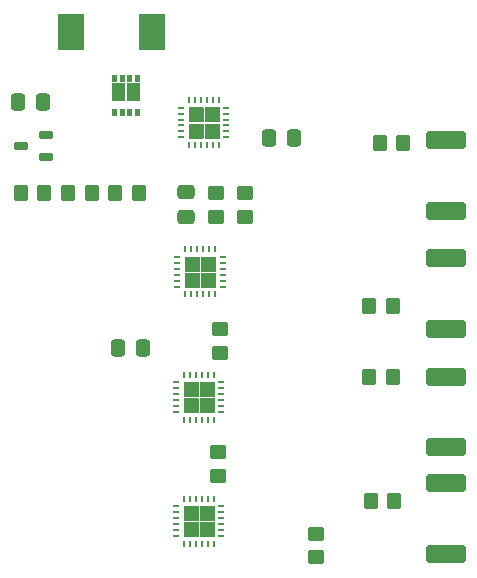
<source format=gbr>
%TF.GenerationSoftware,KiCad,Pcbnew,8.0.6*%
%TF.CreationDate,2024-11-22T22:30:10-05:00*%
%TF.ProjectId,EFUSE2024,45465553-4532-4303-9234-2e6b69636164,rev?*%
%TF.SameCoordinates,Original*%
%TF.FileFunction,Paste,Top*%
%TF.FilePolarity,Positive*%
%FSLAX46Y46*%
G04 Gerber Fmt 4.6, Leading zero omitted, Abs format (unit mm)*
G04 Created by KiCad (PCBNEW 8.0.6) date 2024-11-22 22:30:10*
%MOMM*%
%LPD*%
G01*
G04 APERTURE LIST*
G04 Aperture macros list*
%AMRoundRect*
0 Rectangle with rounded corners*
0 $1 Rounding radius*
0 $2 $3 $4 $5 $6 $7 $8 $9 X,Y pos of 4 corners*
0 Add a 4 corners polygon primitive as box body*
4,1,4,$2,$3,$4,$5,$6,$7,$8,$9,$2,$3,0*
0 Add four circle primitives for the rounded corners*
1,1,$1+$1,$2,$3*
1,1,$1+$1,$4,$5*
1,1,$1+$1,$6,$7*
1,1,$1+$1,$8,$9*
0 Add four rect primitives between the rounded corners*
20,1,$1+$1,$2,$3,$4,$5,0*
20,1,$1+$1,$4,$5,$6,$7,0*
20,1,$1+$1,$6,$7,$8,$9,0*
20,1,$1+$1,$8,$9,$2,$3,0*%
G04 Aperture macros list end*
%ADD10C,0.010000*%
%ADD11RoundRect,0.250000X-0.350000X-0.450000X0.350000X-0.450000X0.350000X0.450000X-0.350000X0.450000X0*%
%ADD12RoundRect,0.249999X1.425001X-0.512501X1.425001X0.512501X-1.425001X0.512501X-1.425001X-0.512501X0*%
%ADD13RoundRect,0.250000X0.450000X-0.350000X0.450000X0.350000X-0.450000X0.350000X-0.450000X-0.350000X0*%
%ADD14RoundRect,0.250000X-0.450000X0.350000X-0.450000X-0.350000X0.450000X-0.350000X0.450000X0.350000X0*%
%ADD15RoundRect,0.250000X-0.475000X0.337500X-0.475000X-0.337500X0.475000X-0.337500X0.475000X0.337500X0*%
%ADD16RoundRect,0.250000X0.337500X0.475000X-0.337500X0.475000X-0.337500X-0.475000X0.337500X-0.475000X0*%
%ADD17RoundRect,0.250000X-0.337500X-0.475000X0.337500X-0.475000X0.337500X0.475000X-0.337500X0.475000X0*%
%ADD18RoundRect,0.054000X-0.236000X-0.066000X0.236000X-0.066000X0.236000X0.066000X-0.236000X0.066000X0*%
%ADD19RoundRect,0.054000X-0.066000X-0.236000X0.066000X-0.236000X0.066000X0.236000X-0.066000X0.236000X0*%
%ADD20R,2.290000X3.120000*%
%ADD21RoundRect,0.075000X0.540000X0.225000X-0.540000X0.225000X-0.540000X-0.225000X0.540000X-0.225000X0*%
G04 APERTURE END LIST*
D10*
%TO.C,Q1*%
X101570000Y-76955000D02*
X101230000Y-76955000D01*
X101230000Y-76505000D01*
X101570000Y-76505000D01*
X101570000Y-76955000D01*
G36*
X101570000Y-76955000D02*
G01*
X101230000Y-76955000D01*
X101230000Y-76505000D01*
X101570000Y-76505000D01*
X101570000Y-76955000D01*
G37*
X102250000Y-78625000D02*
X101230000Y-78625000D01*
X101230000Y-77180000D01*
X102250000Y-77180000D01*
X102250000Y-78625000D01*
G36*
X102250000Y-78625000D02*
G01*
X101230000Y-78625000D01*
X101230000Y-77180000D01*
X102250000Y-77180000D01*
X102250000Y-78625000D01*
G37*
X101570000Y-79825000D02*
X101230000Y-79825000D01*
X101230000Y-79375000D01*
X101570000Y-79375000D01*
X101570000Y-79825000D01*
G36*
X101570000Y-79825000D02*
G01*
X101230000Y-79825000D01*
X101230000Y-79375000D01*
X101570000Y-79375000D01*
X101570000Y-79825000D01*
G37*
X102220000Y-76955000D02*
X101880000Y-76955000D01*
X101880000Y-76505000D01*
X102220000Y-76505000D01*
X102220000Y-76955000D01*
G36*
X102220000Y-76955000D02*
G01*
X101880000Y-76955000D01*
X101880000Y-76505000D01*
X102220000Y-76505000D01*
X102220000Y-76955000D01*
G37*
X102220000Y-79825000D02*
X101880000Y-79825000D01*
X101880000Y-79375000D01*
X102220000Y-79375000D01*
X102220000Y-79825000D01*
G36*
X102220000Y-79825000D02*
G01*
X101880000Y-79825000D01*
X101880000Y-79375000D01*
X102220000Y-79375000D01*
X102220000Y-79825000D01*
G37*
X103520000Y-78625000D02*
X102500000Y-78625000D01*
X102500000Y-77180000D01*
X103520000Y-77180000D01*
X103520000Y-78625000D01*
G36*
X103520000Y-78625000D02*
G01*
X102500000Y-78625000D01*
X102500000Y-77180000D01*
X103520000Y-77180000D01*
X103520000Y-78625000D01*
G37*
X102870000Y-76955000D02*
X102530000Y-76955000D01*
X102530000Y-76505000D01*
X102870000Y-76505000D01*
X102870000Y-76955000D01*
G36*
X102870000Y-76955000D02*
G01*
X102530000Y-76955000D01*
X102530000Y-76505000D01*
X102870000Y-76505000D01*
X102870000Y-76955000D01*
G37*
X102870000Y-79825000D02*
X102530000Y-79825000D01*
X102530000Y-79375000D01*
X102870000Y-79375000D01*
X102870000Y-79825000D01*
G36*
X102870000Y-79825000D02*
G01*
X102530000Y-79825000D01*
X102530000Y-79375000D01*
X102870000Y-79375000D01*
X102870000Y-79825000D01*
G37*
X103520000Y-76955000D02*
X103180000Y-76955000D01*
X103180000Y-76505000D01*
X103520000Y-76505000D01*
X103520000Y-76955000D01*
G36*
X103520000Y-76955000D02*
G01*
X103180000Y-76955000D01*
X103180000Y-76505000D01*
X103520000Y-76505000D01*
X103520000Y-76955000D01*
G37*
X103520000Y-79825000D02*
X103180000Y-79825000D01*
X103180000Y-79375000D01*
X103520000Y-79375000D01*
X103520000Y-79825000D01*
G36*
X103520000Y-79825000D02*
G01*
X103180000Y-79825000D01*
X103180000Y-79375000D01*
X103520000Y-79375000D01*
X103520000Y-79825000D01*
G37*
%TO.C,U7*%
X108858000Y-79213000D02*
X108860000Y-79213000D01*
X108863000Y-79214000D01*
X108865000Y-79214000D01*
X108868000Y-79215000D01*
X108870000Y-79216000D01*
X108873000Y-79217000D01*
X108875000Y-79219000D01*
X108877000Y-79220000D01*
X108879000Y-79222000D01*
X108881000Y-79223000D01*
X108883000Y-79225000D01*
X108885000Y-79227000D01*
X108887000Y-79229000D01*
X108889000Y-79231000D01*
X108890000Y-79233000D01*
X108892000Y-79235000D01*
X108893000Y-79237000D01*
X108895000Y-79239000D01*
X108896000Y-79242000D01*
X108897000Y-79244000D01*
X108898000Y-79247000D01*
X108898000Y-79249000D01*
X108899000Y-79252000D01*
X108899000Y-79254000D01*
X108900000Y-79257000D01*
X108900000Y-79259000D01*
X108900000Y-79262000D01*
X108900000Y-79806000D01*
X108900000Y-80350000D01*
X108900000Y-80353000D01*
X108900000Y-80355000D01*
X108899000Y-80358000D01*
X108899000Y-80360000D01*
X108898000Y-80363000D01*
X108898000Y-80365000D01*
X108897000Y-80368000D01*
X108896000Y-80370000D01*
X108895000Y-80373000D01*
X108893000Y-80375000D01*
X108892000Y-80377000D01*
X108890000Y-80379000D01*
X108889000Y-80381000D01*
X108887000Y-80383000D01*
X108885000Y-80385000D01*
X108883000Y-80387000D01*
X108881000Y-80389000D01*
X108879000Y-80390000D01*
X108877000Y-80392000D01*
X108875000Y-80393000D01*
X108873000Y-80395000D01*
X108870000Y-80396000D01*
X108868000Y-80397000D01*
X108865000Y-80398000D01*
X108863000Y-80398000D01*
X108860000Y-80399000D01*
X108858000Y-80399000D01*
X108855000Y-80400000D01*
X108853000Y-80400000D01*
X108850000Y-80400000D01*
X107762000Y-80400000D01*
X107759000Y-80400000D01*
X107757000Y-80400000D01*
X107754000Y-80399000D01*
X107752000Y-80399000D01*
X107749000Y-80398000D01*
X107747000Y-80398000D01*
X107744000Y-80397000D01*
X107742000Y-80396000D01*
X107739000Y-80395000D01*
X107737000Y-80393000D01*
X107735000Y-80392000D01*
X107733000Y-80390000D01*
X107731000Y-80389000D01*
X107729000Y-80387000D01*
X107727000Y-80385000D01*
X107725000Y-80383000D01*
X107723000Y-80381000D01*
X107722000Y-80379000D01*
X107720000Y-80377000D01*
X107719000Y-80375000D01*
X107717000Y-80373000D01*
X107716000Y-80370000D01*
X107715000Y-80368000D01*
X107714000Y-80365000D01*
X107714000Y-80363000D01*
X107713000Y-80360000D01*
X107713000Y-80358000D01*
X107712000Y-80355000D01*
X107712000Y-80353000D01*
X107712000Y-80350000D01*
X107712000Y-79262000D01*
X107712000Y-79259000D01*
X107712000Y-79257000D01*
X107713000Y-79254000D01*
X107713000Y-79252000D01*
X107714000Y-79249000D01*
X107714000Y-79247000D01*
X107715000Y-79244000D01*
X107716000Y-79242000D01*
X107717000Y-79239000D01*
X107719000Y-79237000D01*
X107720000Y-79235000D01*
X107722000Y-79233000D01*
X107723000Y-79231000D01*
X107725000Y-79229000D01*
X107727000Y-79227000D01*
X107729000Y-79225000D01*
X107731000Y-79223000D01*
X107733000Y-79222000D01*
X107735000Y-79220000D01*
X107737000Y-79219000D01*
X107739000Y-79217000D01*
X107742000Y-79216000D01*
X107744000Y-79215000D01*
X107747000Y-79214000D01*
X107749000Y-79214000D01*
X107752000Y-79213000D01*
X107754000Y-79213000D01*
X107757000Y-79212000D01*
X107759000Y-79212000D01*
X107762000Y-79212000D01*
X108306000Y-79212000D01*
X108850000Y-79212000D01*
X108853000Y-79212000D01*
X108855000Y-79212000D01*
X108858000Y-79213000D01*
G36*
X108858000Y-79213000D02*
G01*
X108860000Y-79213000D01*
X108863000Y-79214000D01*
X108865000Y-79214000D01*
X108868000Y-79215000D01*
X108870000Y-79216000D01*
X108873000Y-79217000D01*
X108875000Y-79219000D01*
X108877000Y-79220000D01*
X108879000Y-79222000D01*
X108881000Y-79223000D01*
X108883000Y-79225000D01*
X108885000Y-79227000D01*
X108887000Y-79229000D01*
X108889000Y-79231000D01*
X108890000Y-79233000D01*
X108892000Y-79235000D01*
X108893000Y-79237000D01*
X108895000Y-79239000D01*
X108896000Y-79242000D01*
X108897000Y-79244000D01*
X108898000Y-79247000D01*
X108898000Y-79249000D01*
X108899000Y-79252000D01*
X108899000Y-79254000D01*
X108900000Y-79257000D01*
X108900000Y-79259000D01*
X108900000Y-79262000D01*
X108900000Y-79806000D01*
X108900000Y-80350000D01*
X108900000Y-80353000D01*
X108900000Y-80355000D01*
X108899000Y-80358000D01*
X108899000Y-80360000D01*
X108898000Y-80363000D01*
X108898000Y-80365000D01*
X108897000Y-80368000D01*
X108896000Y-80370000D01*
X108895000Y-80373000D01*
X108893000Y-80375000D01*
X108892000Y-80377000D01*
X108890000Y-80379000D01*
X108889000Y-80381000D01*
X108887000Y-80383000D01*
X108885000Y-80385000D01*
X108883000Y-80387000D01*
X108881000Y-80389000D01*
X108879000Y-80390000D01*
X108877000Y-80392000D01*
X108875000Y-80393000D01*
X108873000Y-80395000D01*
X108870000Y-80396000D01*
X108868000Y-80397000D01*
X108865000Y-80398000D01*
X108863000Y-80398000D01*
X108860000Y-80399000D01*
X108858000Y-80399000D01*
X108855000Y-80400000D01*
X108853000Y-80400000D01*
X108850000Y-80400000D01*
X107762000Y-80400000D01*
X107759000Y-80400000D01*
X107757000Y-80400000D01*
X107754000Y-80399000D01*
X107752000Y-80399000D01*
X107749000Y-80398000D01*
X107747000Y-80398000D01*
X107744000Y-80397000D01*
X107742000Y-80396000D01*
X107739000Y-80395000D01*
X107737000Y-80393000D01*
X107735000Y-80392000D01*
X107733000Y-80390000D01*
X107731000Y-80389000D01*
X107729000Y-80387000D01*
X107727000Y-80385000D01*
X107725000Y-80383000D01*
X107723000Y-80381000D01*
X107722000Y-80379000D01*
X107720000Y-80377000D01*
X107719000Y-80375000D01*
X107717000Y-80373000D01*
X107716000Y-80370000D01*
X107715000Y-80368000D01*
X107714000Y-80365000D01*
X107714000Y-80363000D01*
X107713000Y-80360000D01*
X107713000Y-80358000D01*
X107712000Y-80355000D01*
X107712000Y-80353000D01*
X107712000Y-80350000D01*
X107712000Y-79262000D01*
X107712000Y-79259000D01*
X107712000Y-79257000D01*
X107713000Y-79254000D01*
X107713000Y-79252000D01*
X107714000Y-79249000D01*
X107714000Y-79247000D01*
X107715000Y-79244000D01*
X107716000Y-79242000D01*
X107717000Y-79239000D01*
X107719000Y-79237000D01*
X107720000Y-79235000D01*
X107722000Y-79233000D01*
X107723000Y-79231000D01*
X107725000Y-79229000D01*
X107727000Y-79227000D01*
X107729000Y-79225000D01*
X107731000Y-79223000D01*
X107733000Y-79222000D01*
X107735000Y-79220000D01*
X107737000Y-79219000D01*
X107739000Y-79217000D01*
X107742000Y-79216000D01*
X107744000Y-79215000D01*
X107747000Y-79214000D01*
X107749000Y-79214000D01*
X107752000Y-79213000D01*
X107754000Y-79213000D01*
X107757000Y-79212000D01*
X107759000Y-79212000D01*
X107762000Y-79212000D01*
X108306000Y-79212000D01*
X108850000Y-79212000D01*
X108853000Y-79212000D01*
X108855000Y-79212000D01*
X108858000Y-79213000D01*
G37*
X108858000Y-80601000D02*
X108860000Y-80601000D01*
X108863000Y-80602000D01*
X108865000Y-80602000D01*
X108868000Y-80603000D01*
X108870000Y-80604000D01*
X108873000Y-80605000D01*
X108875000Y-80607000D01*
X108877000Y-80608000D01*
X108879000Y-80610000D01*
X108881000Y-80611000D01*
X108883000Y-80613000D01*
X108885000Y-80615000D01*
X108887000Y-80617000D01*
X108889000Y-80619000D01*
X108890000Y-80621000D01*
X108892000Y-80623000D01*
X108893000Y-80625000D01*
X108895000Y-80627000D01*
X108896000Y-80630000D01*
X108897000Y-80632000D01*
X108898000Y-80635000D01*
X108898000Y-80637000D01*
X108899000Y-80640000D01*
X108899000Y-80642000D01*
X108900000Y-80645000D01*
X108900000Y-80647000D01*
X108900000Y-80650000D01*
X108900000Y-81194000D01*
X108900000Y-81738000D01*
X108900000Y-81741000D01*
X108900000Y-81743000D01*
X108899000Y-81746000D01*
X108899000Y-81748000D01*
X108898000Y-81751000D01*
X108898000Y-81753000D01*
X108897000Y-81756000D01*
X108896000Y-81758000D01*
X108895000Y-81761000D01*
X108893000Y-81763000D01*
X108892000Y-81765000D01*
X108890000Y-81767000D01*
X108889000Y-81769000D01*
X108887000Y-81771000D01*
X108885000Y-81773000D01*
X108883000Y-81775000D01*
X108881000Y-81777000D01*
X108879000Y-81778000D01*
X108877000Y-81780000D01*
X108875000Y-81781000D01*
X108873000Y-81783000D01*
X108870000Y-81784000D01*
X108868000Y-81785000D01*
X108865000Y-81786000D01*
X108863000Y-81786000D01*
X108860000Y-81787000D01*
X108858000Y-81787000D01*
X108855000Y-81788000D01*
X108853000Y-81788000D01*
X108850000Y-81788000D01*
X107762000Y-81788000D01*
X107759000Y-81788000D01*
X107757000Y-81788000D01*
X107754000Y-81787000D01*
X107752000Y-81787000D01*
X107749000Y-81786000D01*
X107747000Y-81786000D01*
X107744000Y-81785000D01*
X107742000Y-81784000D01*
X107739000Y-81783000D01*
X107737000Y-81781000D01*
X107735000Y-81780000D01*
X107733000Y-81778000D01*
X107731000Y-81777000D01*
X107729000Y-81775000D01*
X107727000Y-81773000D01*
X107725000Y-81771000D01*
X107723000Y-81769000D01*
X107722000Y-81767000D01*
X107720000Y-81765000D01*
X107719000Y-81763000D01*
X107717000Y-81761000D01*
X107716000Y-81758000D01*
X107715000Y-81756000D01*
X107714000Y-81753000D01*
X107714000Y-81751000D01*
X107713000Y-81748000D01*
X107713000Y-81746000D01*
X107712000Y-81743000D01*
X107712000Y-81741000D01*
X107712000Y-81738000D01*
X107712000Y-80650000D01*
X107712000Y-80647000D01*
X107712000Y-80645000D01*
X107713000Y-80642000D01*
X107713000Y-80640000D01*
X107714000Y-80637000D01*
X107714000Y-80635000D01*
X107715000Y-80632000D01*
X107716000Y-80630000D01*
X107717000Y-80627000D01*
X107719000Y-80625000D01*
X107720000Y-80623000D01*
X107722000Y-80621000D01*
X107723000Y-80619000D01*
X107725000Y-80617000D01*
X107727000Y-80615000D01*
X107729000Y-80613000D01*
X107731000Y-80611000D01*
X107733000Y-80610000D01*
X107735000Y-80608000D01*
X107737000Y-80607000D01*
X107739000Y-80605000D01*
X107742000Y-80604000D01*
X107744000Y-80603000D01*
X107747000Y-80602000D01*
X107749000Y-80602000D01*
X107752000Y-80601000D01*
X107754000Y-80601000D01*
X107757000Y-80600000D01*
X107759000Y-80600000D01*
X107762000Y-80600000D01*
X108306000Y-80600000D01*
X108850000Y-80600000D01*
X108853000Y-80600000D01*
X108855000Y-80600000D01*
X108858000Y-80601000D01*
G36*
X108858000Y-80601000D02*
G01*
X108860000Y-80601000D01*
X108863000Y-80602000D01*
X108865000Y-80602000D01*
X108868000Y-80603000D01*
X108870000Y-80604000D01*
X108873000Y-80605000D01*
X108875000Y-80607000D01*
X108877000Y-80608000D01*
X108879000Y-80610000D01*
X108881000Y-80611000D01*
X108883000Y-80613000D01*
X108885000Y-80615000D01*
X108887000Y-80617000D01*
X108889000Y-80619000D01*
X108890000Y-80621000D01*
X108892000Y-80623000D01*
X108893000Y-80625000D01*
X108895000Y-80627000D01*
X108896000Y-80630000D01*
X108897000Y-80632000D01*
X108898000Y-80635000D01*
X108898000Y-80637000D01*
X108899000Y-80640000D01*
X108899000Y-80642000D01*
X108900000Y-80645000D01*
X108900000Y-80647000D01*
X108900000Y-80650000D01*
X108900000Y-81194000D01*
X108900000Y-81738000D01*
X108900000Y-81741000D01*
X108900000Y-81743000D01*
X108899000Y-81746000D01*
X108899000Y-81748000D01*
X108898000Y-81751000D01*
X108898000Y-81753000D01*
X108897000Y-81756000D01*
X108896000Y-81758000D01*
X108895000Y-81761000D01*
X108893000Y-81763000D01*
X108892000Y-81765000D01*
X108890000Y-81767000D01*
X108889000Y-81769000D01*
X108887000Y-81771000D01*
X108885000Y-81773000D01*
X108883000Y-81775000D01*
X108881000Y-81777000D01*
X108879000Y-81778000D01*
X108877000Y-81780000D01*
X108875000Y-81781000D01*
X108873000Y-81783000D01*
X108870000Y-81784000D01*
X108868000Y-81785000D01*
X108865000Y-81786000D01*
X108863000Y-81786000D01*
X108860000Y-81787000D01*
X108858000Y-81787000D01*
X108855000Y-81788000D01*
X108853000Y-81788000D01*
X108850000Y-81788000D01*
X107762000Y-81788000D01*
X107759000Y-81788000D01*
X107757000Y-81788000D01*
X107754000Y-81787000D01*
X107752000Y-81787000D01*
X107749000Y-81786000D01*
X107747000Y-81786000D01*
X107744000Y-81785000D01*
X107742000Y-81784000D01*
X107739000Y-81783000D01*
X107737000Y-81781000D01*
X107735000Y-81780000D01*
X107733000Y-81778000D01*
X107731000Y-81777000D01*
X107729000Y-81775000D01*
X107727000Y-81773000D01*
X107725000Y-81771000D01*
X107723000Y-81769000D01*
X107722000Y-81767000D01*
X107720000Y-81765000D01*
X107719000Y-81763000D01*
X107717000Y-81761000D01*
X107716000Y-81758000D01*
X107715000Y-81756000D01*
X107714000Y-81753000D01*
X107714000Y-81751000D01*
X107713000Y-81748000D01*
X107713000Y-81746000D01*
X107712000Y-81743000D01*
X107712000Y-81741000D01*
X107712000Y-81738000D01*
X107712000Y-80650000D01*
X107712000Y-80647000D01*
X107712000Y-80645000D01*
X107713000Y-80642000D01*
X107713000Y-80640000D01*
X107714000Y-80637000D01*
X107714000Y-80635000D01*
X107715000Y-80632000D01*
X107716000Y-80630000D01*
X107717000Y-80627000D01*
X107719000Y-80625000D01*
X107720000Y-80623000D01*
X107722000Y-80621000D01*
X107723000Y-80619000D01*
X107725000Y-80617000D01*
X107727000Y-80615000D01*
X107729000Y-80613000D01*
X107731000Y-80611000D01*
X107733000Y-80610000D01*
X107735000Y-80608000D01*
X107737000Y-80607000D01*
X107739000Y-80605000D01*
X107742000Y-80604000D01*
X107744000Y-80603000D01*
X107747000Y-80602000D01*
X107749000Y-80602000D01*
X107752000Y-80601000D01*
X107754000Y-80601000D01*
X107757000Y-80600000D01*
X107759000Y-80600000D01*
X107762000Y-80600000D01*
X108306000Y-80600000D01*
X108850000Y-80600000D01*
X108853000Y-80600000D01*
X108855000Y-80600000D01*
X108858000Y-80601000D01*
G37*
X110246000Y-79213000D02*
X110248000Y-79213000D01*
X110251000Y-79214000D01*
X110253000Y-79214000D01*
X110256000Y-79215000D01*
X110258000Y-79216000D01*
X110261000Y-79217000D01*
X110263000Y-79219000D01*
X110265000Y-79220000D01*
X110267000Y-79222000D01*
X110269000Y-79223000D01*
X110271000Y-79225000D01*
X110273000Y-79227000D01*
X110275000Y-79229000D01*
X110277000Y-79231000D01*
X110278000Y-79233000D01*
X110280000Y-79235000D01*
X110281000Y-79237000D01*
X110283000Y-79239000D01*
X110284000Y-79242000D01*
X110285000Y-79244000D01*
X110286000Y-79247000D01*
X110286000Y-79249000D01*
X110287000Y-79252000D01*
X110287000Y-79254000D01*
X110288000Y-79257000D01*
X110288000Y-79259000D01*
X110288000Y-79262000D01*
X110288000Y-79806000D01*
X110288000Y-80350000D01*
X110288000Y-80353000D01*
X110288000Y-80355000D01*
X110287000Y-80358000D01*
X110287000Y-80360000D01*
X110286000Y-80363000D01*
X110286000Y-80365000D01*
X110285000Y-80368000D01*
X110284000Y-80370000D01*
X110283000Y-80373000D01*
X110281000Y-80375000D01*
X110280000Y-80377000D01*
X110278000Y-80379000D01*
X110277000Y-80381000D01*
X110275000Y-80383000D01*
X110273000Y-80385000D01*
X110271000Y-80387000D01*
X110269000Y-80389000D01*
X110267000Y-80390000D01*
X110265000Y-80392000D01*
X110263000Y-80393000D01*
X110261000Y-80395000D01*
X110258000Y-80396000D01*
X110256000Y-80397000D01*
X110253000Y-80398000D01*
X110251000Y-80398000D01*
X110248000Y-80399000D01*
X110246000Y-80399000D01*
X110243000Y-80400000D01*
X110241000Y-80400000D01*
X110238000Y-80400000D01*
X109150000Y-80400000D01*
X109147000Y-80400000D01*
X109145000Y-80400000D01*
X109142000Y-80399000D01*
X109140000Y-80399000D01*
X109137000Y-80398000D01*
X109135000Y-80398000D01*
X109132000Y-80397000D01*
X109130000Y-80396000D01*
X109127000Y-80395000D01*
X109125000Y-80393000D01*
X109123000Y-80392000D01*
X109121000Y-80390000D01*
X109119000Y-80389000D01*
X109117000Y-80387000D01*
X109115000Y-80385000D01*
X109113000Y-80383000D01*
X109111000Y-80381000D01*
X109110000Y-80379000D01*
X109108000Y-80377000D01*
X109107000Y-80375000D01*
X109105000Y-80373000D01*
X109104000Y-80370000D01*
X109103000Y-80368000D01*
X109102000Y-80365000D01*
X109102000Y-80363000D01*
X109101000Y-80360000D01*
X109101000Y-80358000D01*
X109100000Y-80355000D01*
X109100000Y-80353000D01*
X109100000Y-80350000D01*
X109100000Y-79262000D01*
X109100000Y-79259000D01*
X109100000Y-79257000D01*
X109101000Y-79254000D01*
X109101000Y-79252000D01*
X109102000Y-79249000D01*
X109102000Y-79247000D01*
X109103000Y-79244000D01*
X109104000Y-79242000D01*
X109105000Y-79239000D01*
X109107000Y-79237000D01*
X109108000Y-79235000D01*
X109110000Y-79233000D01*
X109111000Y-79231000D01*
X109113000Y-79229000D01*
X109115000Y-79227000D01*
X109117000Y-79225000D01*
X109119000Y-79223000D01*
X109121000Y-79222000D01*
X109123000Y-79220000D01*
X109125000Y-79219000D01*
X109127000Y-79217000D01*
X109130000Y-79216000D01*
X109132000Y-79215000D01*
X109135000Y-79214000D01*
X109137000Y-79214000D01*
X109140000Y-79213000D01*
X109142000Y-79213000D01*
X109145000Y-79212000D01*
X109147000Y-79212000D01*
X109150000Y-79212000D01*
X109694000Y-79212000D01*
X110238000Y-79212000D01*
X110241000Y-79212000D01*
X110243000Y-79212000D01*
X110246000Y-79213000D01*
G36*
X110246000Y-79213000D02*
G01*
X110248000Y-79213000D01*
X110251000Y-79214000D01*
X110253000Y-79214000D01*
X110256000Y-79215000D01*
X110258000Y-79216000D01*
X110261000Y-79217000D01*
X110263000Y-79219000D01*
X110265000Y-79220000D01*
X110267000Y-79222000D01*
X110269000Y-79223000D01*
X110271000Y-79225000D01*
X110273000Y-79227000D01*
X110275000Y-79229000D01*
X110277000Y-79231000D01*
X110278000Y-79233000D01*
X110280000Y-79235000D01*
X110281000Y-79237000D01*
X110283000Y-79239000D01*
X110284000Y-79242000D01*
X110285000Y-79244000D01*
X110286000Y-79247000D01*
X110286000Y-79249000D01*
X110287000Y-79252000D01*
X110287000Y-79254000D01*
X110288000Y-79257000D01*
X110288000Y-79259000D01*
X110288000Y-79262000D01*
X110288000Y-79806000D01*
X110288000Y-80350000D01*
X110288000Y-80353000D01*
X110288000Y-80355000D01*
X110287000Y-80358000D01*
X110287000Y-80360000D01*
X110286000Y-80363000D01*
X110286000Y-80365000D01*
X110285000Y-80368000D01*
X110284000Y-80370000D01*
X110283000Y-80373000D01*
X110281000Y-80375000D01*
X110280000Y-80377000D01*
X110278000Y-80379000D01*
X110277000Y-80381000D01*
X110275000Y-80383000D01*
X110273000Y-80385000D01*
X110271000Y-80387000D01*
X110269000Y-80389000D01*
X110267000Y-80390000D01*
X110265000Y-80392000D01*
X110263000Y-80393000D01*
X110261000Y-80395000D01*
X110258000Y-80396000D01*
X110256000Y-80397000D01*
X110253000Y-80398000D01*
X110251000Y-80398000D01*
X110248000Y-80399000D01*
X110246000Y-80399000D01*
X110243000Y-80400000D01*
X110241000Y-80400000D01*
X110238000Y-80400000D01*
X109150000Y-80400000D01*
X109147000Y-80400000D01*
X109145000Y-80400000D01*
X109142000Y-80399000D01*
X109140000Y-80399000D01*
X109137000Y-80398000D01*
X109135000Y-80398000D01*
X109132000Y-80397000D01*
X109130000Y-80396000D01*
X109127000Y-80395000D01*
X109125000Y-80393000D01*
X109123000Y-80392000D01*
X109121000Y-80390000D01*
X109119000Y-80389000D01*
X109117000Y-80387000D01*
X109115000Y-80385000D01*
X109113000Y-80383000D01*
X109111000Y-80381000D01*
X109110000Y-80379000D01*
X109108000Y-80377000D01*
X109107000Y-80375000D01*
X109105000Y-80373000D01*
X109104000Y-80370000D01*
X109103000Y-80368000D01*
X109102000Y-80365000D01*
X109102000Y-80363000D01*
X109101000Y-80360000D01*
X109101000Y-80358000D01*
X109100000Y-80355000D01*
X109100000Y-80353000D01*
X109100000Y-80350000D01*
X109100000Y-79262000D01*
X109100000Y-79259000D01*
X109100000Y-79257000D01*
X109101000Y-79254000D01*
X109101000Y-79252000D01*
X109102000Y-79249000D01*
X109102000Y-79247000D01*
X109103000Y-79244000D01*
X109104000Y-79242000D01*
X109105000Y-79239000D01*
X109107000Y-79237000D01*
X109108000Y-79235000D01*
X109110000Y-79233000D01*
X109111000Y-79231000D01*
X109113000Y-79229000D01*
X109115000Y-79227000D01*
X109117000Y-79225000D01*
X109119000Y-79223000D01*
X109121000Y-79222000D01*
X109123000Y-79220000D01*
X109125000Y-79219000D01*
X109127000Y-79217000D01*
X109130000Y-79216000D01*
X109132000Y-79215000D01*
X109135000Y-79214000D01*
X109137000Y-79214000D01*
X109140000Y-79213000D01*
X109142000Y-79213000D01*
X109145000Y-79212000D01*
X109147000Y-79212000D01*
X109150000Y-79212000D01*
X109694000Y-79212000D01*
X110238000Y-79212000D01*
X110241000Y-79212000D01*
X110243000Y-79212000D01*
X110246000Y-79213000D01*
G37*
X110246000Y-80601000D02*
X110248000Y-80601000D01*
X110251000Y-80602000D01*
X110253000Y-80602000D01*
X110256000Y-80603000D01*
X110258000Y-80604000D01*
X110261000Y-80605000D01*
X110263000Y-80607000D01*
X110265000Y-80608000D01*
X110267000Y-80610000D01*
X110269000Y-80611000D01*
X110271000Y-80613000D01*
X110273000Y-80615000D01*
X110275000Y-80617000D01*
X110277000Y-80619000D01*
X110278000Y-80621000D01*
X110280000Y-80623000D01*
X110281000Y-80625000D01*
X110283000Y-80627000D01*
X110284000Y-80630000D01*
X110285000Y-80632000D01*
X110286000Y-80635000D01*
X110286000Y-80637000D01*
X110287000Y-80640000D01*
X110287000Y-80642000D01*
X110288000Y-80645000D01*
X110288000Y-80647000D01*
X110288000Y-80650000D01*
X110288000Y-81194000D01*
X110288000Y-81738000D01*
X110288000Y-81741000D01*
X110288000Y-81743000D01*
X110287000Y-81746000D01*
X110287000Y-81748000D01*
X110286000Y-81751000D01*
X110286000Y-81753000D01*
X110285000Y-81756000D01*
X110284000Y-81758000D01*
X110283000Y-81761000D01*
X110281000Y-81763000D01*
X110280000Y-81765000D01*
X110278000Y-81767000D01*
X110277000Y-81769000D01*
X110275000Y-81771000D01*
X110273000Y-81773000D01*
X110271000Y-81775000D01*
X110269000Y-81777000D01*
X110267000Y-81778000D01*
X110265000Y-81780000D01*
X110263000Y-81781000D01*
X110261000Y-81783000D01*
X110258000Y-81784000D01*
X110256000Y-81785000D01*
X110253000Y-81786000D01*
X110251000Y-81786000D01*
X110248000Y-81787000D01*
X110246000Y-81787000D01*
X110243000Y-81788000D01*
X110241000Y-81788000D01*
X110238000Y-81788000D01*
X109150000Y-81788000D01*
X109147000Y-81788000D01*
X109145000Y-81788000D01*
X109142000Y-81787000D01*
X109140000Y-81787000D01*
X109137000Y-81786000D01*
X109135000Y-81786000D01*
X109132000Y-81785000D01*
X109130000Y-81784000D01*
X109127000Y-81783000D01*
X109125000Y-81781000D01*
X109123000Y-81780000D01*
X109121000Y-81778000D01*
X109119000Y-81777000D01*
X109117000Y-81775000D01*
X109115000Y-81773000D01*
X109113000Y-81771000D01*
X109111000Y-81769000D01*
X109110000Y-81767000D01*
X109108000Y-81765000D01*
X109107000Y-81763000D01*
X109105000Y-81761000D01*
X109104000Y-81758000D01*
X109103000Y-81756000D01*
X109102000Y-81753000D01*
X109102000Y-81751000D01*
X109101000Y-81748000D01*
X109101000Y-81746000D01*
X109100000Y-81743000D01*
X109100000Y-81741000D01*
X109100000Y-81738000D01*
X109100000Y-80650000D01*
X109100000Y-80647000D01*
X109100000Y-80645000D01*
X109101000Y-80642000D01*
X109101000Y-80640000D01*
X109102000Y-80637000D01*
X109102000Y-80635000D01*
X109103000Y-80632000D01*
X109104000Y-80630000D01*
X109105000Y-80627000D01*
X109107000Y-80625000D01*
X109108000Y-80623000D01*
X109110000Y-80621000D01*
X109111000Y-80619000D01*
X109113000Y-80617000D01*
X109115000Y-80615000D01*
X109117000Y-80613000D01*
X109119000Y-80611000D01*
X109121000Y-80610000D01*
X109123000Y-80608000D01*
X109125000Y-80607000D01*
X109127000Y-80605000D01*
X109130000Y-80604000D01*
X109132000Y-80603000D01*
X109135000Y-80602000D01*
X109137000Y-80602000D01*
X109140000Y-80601000D01*
X109142000Y-80601000D01*
X109145000Y-80600000D01*
X109147000Y-80600000D01*
X109150000Y-80600000D01*
X109694000Y-80600000D01*
X110238000Y-80600000D01*
X110241000Y-80600000D01*
X110243000Y-80600000D01*
X110246000Y-80601000D01*
G36*
X110246000Y-80601000D02*
G01*
X110248000Y-80601000D01*
X110251000Y-80602000D01*
X110253000Y-80602000D01*
X110256000Y-80603000D01*
X110258000Y-80604000D01*
X110261000Y-80605000D01*
X110263000Y-80607000D01*
X110265000Y-80608000D01*
X110267000Y-80610000D01*
X110269000Y-80611000D01*
X110271000Y-80613000D01*
X110273000Y-80615000D01*
X110275000Y-80617000D01*
X110277000Y-80619000D01*
X110278000Y-80621000D01*
X110280000Y-80623000D01*
X110281000Y-80625000D01*
X110283000Y-80627000D01*
X110284000Y-80630000D01*
X110285000Y-80632000D01*
X110286000Y-80635000D01*
X110286000Y-80637000D01*
X110287000Y-80640000D01*
X110287000Y-80642000D01*
X110288000Y-80645000D01*
X110288000Y-80647000D01*
X110288000Y-80650000D01*
X110288000Y-81194000D01*
X110288000Y-81738000D01*
X110288000Y-81741000D01*
X110288000Y-81743000D01*
X110287000Y-81746000D01*
X110287000Y-81748000D01*
X110286000Y-81751000D01*
X110286000Y-81753000D01*
X110285000Y-81756000D01*
X110284000Y-81758000D01*
X110283000Y-81761000D01*
X110281000Y-81763000D01*
X110280000Y-81765000D01*
X110278000Y-81767000D01*
X110277000Y-81769000D01*
X110275000Y-81771000D01*
X110273000Y-81773000D01*
X110271000Y-81775000D01*
X110269000Y-81777000D01*
X110267000Y-81778000D01*
X110265000Y-81780000D01*
X110263000Y-81781000D01*
X110261000Y-81783000D01*
X110258000Y-81784000D01*
X110256000Y-81785000D01*
X110253000Y-81786000D01*
X110251000Y-81786000D01*
X110248000Y-81787000D01*
X110246000Y-81787000D01*
X110243000Y-81788000D01*
X110241000Y-81788000D01*
X110238000Y-81788000D01*
X109150000Y-81788000D01*
X109147000Y-81788000D01*
X109145000Y-81788000D01*
X109142000Y-81787000D01*
X109140000Y-81787000D01*
X109137000Y-81786000D01*
X109135000Y-81786000D01*
X109132000Y-81785000D01*
X109130000Y-81784000D01*
X109127000Y-81783000D01*
X109125000Y-81781000D01*
X109123000Y-81780000D01*
X109121000Y-81778000D01*
X109119000Y-81777000D01*
X109117000Y-81775000D01*
X109115000Y-81773000D01*
X109113000Y-81771000D01*
X109111000Y-81769000D01*
X109110000Y-81767000D01*
X109108000Y-81765000D01*
X109107000Y-81763000D01*
X109105000Y-81761000D01*
X109104000Y-81758000D01*
X109103000Y-81756000D01*
X109102000Y-81753000D01*
X109102000Y-81751000D01*
X109101000Y-81748000D01*
X109101000Y-81746000D01*
X109100000Y-81743000D01*
X109100000Y-81741000D01*
X109100000Y-81738000D01*
X109100000Y-80650000D01*
X109100000Y-80647000D01*
X109100000Y-80645000D01*
X109101000Y-80642000D01*
X109101000Y-80640000D01*
X109102000Y-80637000D01*
X109102000Y-80635000D01*
X109103000Y-80632000D01*
X109104000Y-80630000D01*
X109105000Y-80627000D01*
X109107000Y-80625000D01*
X109108000Y-80623000D01*
X109110000Y-80621000D01*
X109111000Y-80619000D01*
X109113000Y-80617000D01*
X109115000Y-80615000D01*
X109117000Y-80613000D01*
X109119000Y-80611000D01*
X109121000Y-80610000D01*
X109123000Y-80608000D01*
X109125000Y-80607000D01*
X109127000Y-80605000D01*
X109130000Y-80604000D01*
X109132000Y-80603000D01*
X109135000Y-80602000D01*
X109137000Y-80602000D01*
X109140000Y-80601000D01*
X109142000Y-80601000D01*
X109145000Y-80600000D01*
X109147000Y-80600000D01*
X109150000Y-80600000D01*
X109694000Y-80600000D01*
X110238000Y-80600000D01*
X110241000Y-80600000D01*
X110243000Y-80600000D01*
X110246000Y-80601000D01*
G37*
%TO.C,U2*%
X108445500Y-102475500D02*
X108447500Y-102475500D01*
X108450500Y-102476500D01*
X108452500Y-102476500D01*
X108455500Y-102477500D01*
X108457500Y-102478500D01*
X108460500Y-102479500D01*
X108462500Y-102481500D01*
X108464500Y-102482500D01*
X108466500Y-102484500D01*
X108468500Y-102485500D01*
X108470500Y-102487500D01*
X108472500Y-102489500D01*
X108474500Y-102491500D01*
X108476500Y-102493500D01*
X108477500Y-102495500D01*
X108479500Y-102497500D01*
X108480500Y-102499500D01*
X108482500Y-102501500D01*
X108483500Y-102504500D01*
X108484500Y-102506500D01*
X108485500Y-102509500D01*
X108485500Y-102511500D01*
X108486500Y-102514500D01*
X108486500Y-102516500D01*
X108487500Y-102519500D01*
X108487500Y-102521500D01*
X108487500Y-102524500D01*
X108487500Y-103068500D01*
X108487500Y-103612500D01*
X108487500Y-103615500D01*
X108487500Y-103617500D01*
X108486500Y-103620500D01*
X108486500Y-103622500D01*
X108485500Y-103625500D01*
X108485500Y-103627500D01*
X108484500Y-103630500D01*
X108483500Y-103632500D01*
X108482500Y-103635500D01*
X108480500Y-103637500D01*
X108479500Y-103639500D01*
X108477500Y-103641500D01*
X108476500Y-103643500D01*
X108474500Y-103645500D01*
X108472500Y-103647500D01*
X108470500Y-103649500D01*
X108468500Y-103651500D01*
X108466500Y-103652500D01*
X108464500Y-103654500D01*
X108462500Y-103655500D01*
X108460500Y-103657500D01*
X108457500Y-103658500D01*
X108455500Y-103659500D01*
X108452500Y-103660500D01*
X108450500Y-103660500D01*
X108447500Y-103661500D01*
X108445500Y-103661500D01*
X108442500Y-103662500D01*
X108440500Y-103662500D01*
X108437500Y-103662500D01*
X107349500Y-103662500D01*
X107346500Y-103662500D01*
X107344500Y-103662500D01*
X107341500Y-103661500D01*
X107339500Y-103661500D01*
X107336500Y-103660500D01*
X107334500Y-103660500D01*
X107331500Y-103659500D01*
X107329500Y-103658500D01*
X107326500Y-103657500D01*
X107324500Y-103655500D01*
X107322500Y-103654500D01*
X107320500Y-103652500D01*
X107318500Y-103651500D01*
X107316500Y-103649500D01*
X107314500Y-103647500D01*
X107312500Y-103645500D01*
X107310500Y-103643500D01*
X107309500Y-103641500D01*
X107307500Y-103639500D01*
X107306500Y-103637500D01*
X107304500Y-103635500D01*
X107303500Y-103632500D01*
X107302500Y-103630500D01*
X107301500Y-103627500D01*
X107301500Y-103625500D01*
X107300500Y-103622500D01*
X107300500Y-103620500D01*
X107299500Y-103617500D01*
X107299500Y-103615500D01*
X107299500Y-103612500D01*
X107299500Y-102524500D01*
X107299500Y-102521500D01*
X107299500Y-102519500D01*
X107300500Y-102516500D01*
X107300500Y-102514500D01*
X107301500Y-102511500D01*
X107301500Y-102509500D01*
X107302500Y-102506500D01*
X107303500Y-102504500D01*
X107304500Y-102501500D01*
X107306500Y-102499500D01*
X107307500Y-102497500D01*
X107309500Y-102495500D01*
X107310500Y-102493500D01*
X107312500Y-102491500D01*
X107314500Y-102489500D01*
X107316500Y-102487500D01*
X107318500Y-102485500D01*
X107320500Y-102484500D01*
X107322500Y-102482500D01*
X107324500Y-102481500D01*
X107326500Y-102479500D01*
X107329500Y-102478500D01*
X107331500Y-102477500D01*
X107334500Y-102476500D01*
X107336500Y-102476500D01*
X107339500Y-102475500D01*
X107341500Y-102475500D01*
X107344500Y-102474500D01*
X107346500Y-102474500D01*
X107349500Y-102474500D01*
X107893500Y-102474500D01*
X108437500Y-102474500D01*
X108440500Y-102474500D01*
X108442500Y-102474500D01*
X108445500Y-102475500D01*
G36*
X108445500Y-102475500D02*
G01*
X108447500Y-102475500D01*
X108450500Y-102476500D01*
X108452500Y-102476500D01*
X108455500Y-102477500D01*
X108457500Y-102478500D01*
X108460500Y-102479500D01*
X108462500Y-102481500D01*
X108464500Y-102482500D01*
X108466500Y-102484500D01*
X108468500Y-102485500D01*
X108470500Y-102487500D01*
X108472500Y-102489500D01*
X108474500Y-102491500D01*
X108476500Y-102493500D01*
X108477500Y-102495500D01*
X108479500Y-102497500D01*
X108480500Y-102499500D01*
X108482500Y-102501500D01*
X108483500Y-102504500D01*
X108484500Y-102506500D01*
X108485500Y-102509500D01*
X108485500Y-102511500D01*
X108486500Y-102514500D01*
X108486500Y-102516500D01*
X108487500Y-102519500D01*
X108487500Y-102521500D01*
X108487500Y-102524500D01*
X108487500Y-103068500D01*
X108487500Y-103612500D01*
X108487500Y-103615500D01*
X108487500Y-103617500D01*
X108486500Y-103620500D01*
X108486500Y-103622500D01*
X108485500Y-103625500D01*
X108485500Y-103627500D01*
X108484500Y-103630500D01*
X108483500Y-103632500D01*
X108482500Y-103635500D01*
X108480500Y-103637500D01*
X108479500Y-103639500D01*
X108477500Y-103641500D01*
X108476500Y-103643500D01*
X108474500Y-103645500D01*
X108472500Y-103647500D01*
X108470500Y-103649500D01*
X108468500Y-103651500D01*
X108466500Y-103652500D01*
X108464500Y-103654500D01*
X108462500Y-103655500D01*
X108460500Y-103657500D01*
X108457500Y-103658500D01*
X108455500Y-103659500D01*
X108452500Y-103660500D01*
X108450500Y-103660500D01*
X108447500Y-103661500D01*
X108445500Y-103661500D01*
X108442500Y-103662500D01*
X108440500Y-103662500D01*
X108437500Y-103662500D01*
X107349500Y-103662500D01*
X107346500Y-103662500D01*
X107344500Y-103662500D01*
X107341500Y-103661500D01*
X107339500Y-103661500D01*
X107336500Y-103660500D01*
X107334500Y-103660500D01*
X107331500Y-103659500D01*
X107329500Y-103658500D01*
X107326500Y-103657500D01*
X107324500Y-103655500D01*
X107322500Y-103654500D01*
X107320500Y-103652500D01*
X107318500Y-103651500D01*
X107316500Y-103649500D01*
X107314500Y-103647500D01*
X107312500Y-103645500D01*
X107310500Y-103643500D01*
X107309500Y-103641500D01*
X107307500Y-103639500D01*
X107306500Y-103637500D01*
X107304500Y-103635500D01*
X107303500Y-103632500D01*
X107302500Y-103630500D01*
X107301500Y-103627500D01*
X107301500Y-103625500D01*
X107300500Y-103622500D01*
X107300500Y-103620500D01*
X107299500Y-103617500D01*
X107299500Y-103615500D01*
X107299500Y-103612500D01*
X107299500Y-102524500D01*
X107299500Y-102521500D01*
X107299500Y-102519500D01*
X107300500Y-102516500D01*
X107300500Y-102514500D01*
X107301500Y-102511500D01*
X107301500Y-102509500D01*
X107302500Y-102506500D01*
X107303500Y-102504500D01*
X107304500Y-102501500D01*
X107306500Y-102499500D01*
X107307500Y-102497500D01*
X107309500Y-102495500D01*
X107310500Y-102493500D01*
X107312500Y-102491500D01*
X107314500Y-102489500D01*
X107316500Y-102487500D01*
X107318500Y-102485500D01*
X107320500Y-102484500D01*
X107322500Y-102482500D01*
X107324500Y-102481500D01*
X107326500Y-102479500D01*
X107329500Y-102478500D01*
X107331500Y-102477500D01*
X107334500Y-102476500D01*
X107336500Y-102476500D01*
X107339500Y-102475500D01*
X107341500Y-102475500D01*
X107344500Y-102474500D01*
X107346500Y-102474500D01*
X107349500Y-102474500D01*
X107893500Y-102474500D01*
X108437500Y-102474500D01*
X108440500Y-102474500D01*
X108442500Y-102474500D01*
X108445500Y-102475500D01*
G37*
X108445500Y-103863500D02*
X108447500Y-103863500D01*
X108450500Y-103864500D01*
X108452500Y-103864500D01*
X108455500Y-103865500D01*
X108457500Y-103866500D01*
X108460500Y-103867500D01*
X108462500Y-103869500D01*
X108464500Y-103870500D01*
X108466500Y-103872500D01*
X108468500Y-103873500D01*
X108470500Y-103875500D01*
X108472500Y-103877500D01*
X108474500Y-103879500D01*
X108476500Y-103881500D01*
X108477500Y-103883500D01*
X108479500Y-103885500D01*
X108480500Y-103887500D01*
X108482500Y-103889500D01*
X108483500Y-103892500D01*
X108484500Y-103894500D01*
X108485500Y-103897500D01*
X108485500Y-103899500D01*
X108486500Y-103902500D01*
X108486500Y-103904500D01*
X108487500Y-103907500D01*
X108487500Y-103909500D01*
X108487500Y-103912500D01*
X108487500Y-104456500D01*
X108487500Y-105000500D01*
X108487500Y-105003500D01*
X108487500Y-105005500D01*
X108486500Y-105008500D01*
X108486500Y-105010500D01*
X108485500Y-105013500D01*
X108485500Y-105015500D01*
X108484500Y-105018500D01*
X108483500Y-105020500D01*
X108482500Y-105023500D01*
X108480500Y-105025500D01*
X108479500Y-105027500D01*
X108477500Y-105029500D01*
X108476500Y-105031500D01*
X108474500Y-105033500D01*
X108472500Y-105035500D01*
X108470500Y-105037500D01*
X108468500Y-105039500D01*
X108466500Y-105040500D01*
X108464500Y-105042500D01*
X108462500Y-105043500D01*
X108460500Y-105045500D01*
X108457500Y-105046500D01*
X108455500Y-105047500D01*
X108452500Y-105048500D01*
X108450500Y-105048500D01*
X108447500Y-105049500D01*
X108445500Y-105049500D01*
X108442500Y-105050500D01*
X108440500Y-105050500D01*
X108437500Y-105050500D01*
X107349500Y-105050500D01*
X107346500Y-105050500D01*
X107344500Y-105050500D01*
X107341500Y-105049500D01*
X107339500Y-105049500D01*
X107336500Y-105048500D01*
X107334500Y-105048500D01*
X107331500Y-105047500D01*
X107329500Y-105046500D01*
X107326500Y-105045500D01*
X107324500Y-105043500D01*
X107322500Y-105042500D01*
X107320500Y-105040500D01*
X107318500Y-105039500D01*
X107316500Y-105037500D01*
X107314500Y-105035500D01*
X107312500Y-105033500D01*
X107310500Y-105031500D01*
X107309500Y-105029500D01*
X107307500Y-105027500D01*
X107306500Y-105025500D01*
X107304500Y-105023500D01*
X107303500Y-105020500D01*
X107302500Y-105018500D01*
X107301500Y-105015500D01*
X107301500Y-105013500D01*
X107300500Y-105010500D01*
X107300500Y-105008500D01*
X107299500Y-105005500D01*
X107299500Y-105003500D01*
X107299500Y-105000500D01*
X107299500Y-103912500D01*
X107299500Y-103909500D01*
X107299500Y-103907500D01*
X107300500Y-103904500D01*
X107300500Y-103902500D01*
X107301500Y-103899500D01*
X107301500Y-103897500D01*
X107302500Y-103894500D01*
X107303500Y-103892500D01*
X107304500Y-103889500D01*
X107306500Y-103887500D01*
X107307500Y-103885500D01*
X107309500Y-103883500D01*
X107310500Y-103881500D01*
X107312500Y-103879500D01*
X107314500Y-103877500D01*
X107316500Y-103875500D01*
X107318500Y-103873500D01*
X107320500Y-103872500D01*
X107322500Y-103870500D01*
X107324500Y-103869500D01*
X107326500Y-103867500D01*
X107329500Y-103866500D01*
X107331500Y-103865500D01*
X107334500Y-103864500D01*
X107336500Y-103864500D01*
X107339500Y-103863500D01*
X107341500Y-103863500D01*
X107344500Y-103862500D01*
X107346500Y-103862500D01*
X107349500Y-103862500D01*
X107893500Y-103862500D01*
X108437500Y-103862500D01*
X108440500Y-103862500D01*
X108442500Y-103862500D01*
X108445500Y-103863500D01*
G36*
X108445500Y-103863500D02*
G01*
X108447500Y-103863500D01*
X108450500Y-103864500D01*
X108452500Y-103864500D01*
X108455500Y-103865500D01*
X108457500Y-103866500D01*
X108460500Y-103867500D01*
X108462500Y-103869500D01*
X108464500Y-103870500D01*
X108466500Y-103872500D01*
X108468500Y-103873500D01*
X108470500Y-103875500D01*
X108472500Y-103877500D01*
X108474500Y-103879500D01*
X108476500Y-103881500D01*
X108477500Y-103883500D01*
X108479500Y-103885500D01*
X108480500Y-103887500D01*
X108482500Y-103889500D01*
X108483500Y-103892500D01*
X108484500Y-103894500D01*
X108485500Y-103897500D01*
X108485500Y-103899500D01*
X108486500Y-103902500D01*
X108486500Y-103904500D01*
X108487500Y-103907500D01*
X108487500Y-103909500D01*
X108487500Y-103912500D01*
X108487500Y-104456500D01*
X108487500Y-105000500D01*
X108487500Y-105003500D01*
X108487500Y-105005500D01*
X108486500Y-105008500D01*
X108486500Y-105010500D01*
X108485500Y-105013500D01*
X108485500Y-105015500D01*
X108484500Y-105018500D01*
X108483500Y-105020500D01*
X108482500Y-105023500D01*
X108480500Y-105025500D01*
X108479500Y-105027500D01*
X108477500Y-105029500D01*
X108476500Y-105031500D01*
X108474500Y-105033500D01*
X108472500Y-105035500D01*
X108470500Y-105037500D01*
X108468500Y-105039500D01*
X108466500Y-105040500D01*
X108464500Y-105042500D01*
X108462500Y-105043500D01*
X108460500Y-105045500D01*
X108457500Y-105046500D01*
X108455500Y-105047500D01*
X108452500Y-105048500D01*
X108450500Y-105048500D01*
X108447500Y-105049500D01*
X108445500Y-105049500D01*
X108442500Y-105050500D01*
X108440500Y-105050500D01*
X108437500Y-105050500D01*
X107349500Y-105050500D01*
X107346500Y-105050500D01*
X107344500Y-105050500D01*
X107341500Y-105049500D01*
X107339500Y-105049500D01*
X107336500Y-105048500D01*
X107334500Y-105048500D01*
X107331500Y-105047500D01*
X107329500Y-105046500D01*
X107326500Y-105045500D01*
X107324500Y-105043500D01*
X107322500Y-105042500D01*
X107320500Y-105040500D01*
X107318500Y-105039500D01*
X107316500Y-105037500D01*
X107314500Y-105035500D01*
X107312500Y-105033500D01*
X107310500Y-105031500D01*
X107309500Y-105029500D01*
X107307500Y-105027500D01*
X107306500Y-105025500D01*
X107304500Y-105023500D01*
X107303500Y-105020500D01*
X107302500Y-105018500D01*
X107301500Y-105015500D01*
X107301500Y-105013500D01*
X107300500Y-105010500D01*
X107300500Y-105008500D01*
X107299500Y-105005500D01*
X107299500Y-105003500D01*
X107299500Y-105000500D01*
X107299500Y-103912500D01*
X107299500Y-103909500D01*
X107299500Y-103907500D01*
X107300500Y-103904500D01*
X107300500Y-103902500D01*
X107301500Y-103899500D01*
X107301500Y-103897500D01*
X107302500Y-103894500D01*
X107303500Y-103892500D01*
X107304500Y-103889500D01*
X107306500Y-103887500D01*
X107307500Y-103885500D01*
X107309500Y-103883500D01*
X107310500Y-103881500D01*
X107312500Y-103879500D01*
X107314500Y-103877500D01*
X107316500Y-103875500D01*
X107318500Y-103873500D01*
X107320500Y-103872500D01*
X107322500Y-103870500D01*
X107324500Y-103869500D01*
X107326500Y-103867500D01*
X107329500Y-103866500D01*
X107331500Y-103865500D01*
X107334500Y-103864500D01*
X107336500Y-103864500D01*
X107339500Y-103863500D01*
X107341500Y-103863500D01*
X107344500Y-103862500D01*
X107346500Y-103862500D01*
X107349500Y-103862500D01*
X107893500Y-103862500D01*
X108437500Y-103862500D01*
X108440500Y-103862500D01*
X108442500Y-103862500D01*
X108445500Y-103863500D01*
G37*
X109833500Y-102475500D02*
X109835500Y-102475500D01*
X109838500Y-102476500D01*
X109840500Y-102476500D01*
X109843500Y-102477500D01*
X109845500Y-102478500D01*
X109848500Y-102479500D01*
X109850500Y-102481500D01*
X109852500Y-102482500D01*
X109854500Y-102484500D01*
X109856500Y-102485500D01*
X109858500Y-102487500D01*
X109860500Y-102489500D01*
X109862500Y-102491500D01*
X109864500Y-102493500D01*
X109865500Y-102495500D01*
X109867500Y-102497500D01*
X109868500Y-102499500D01*
X109870500Y-102501500D01*
X109871500Y-102504500D01*
X109872500Y-102506500D01*
X109873500Y-102509500D01*
X109873500Y-102511500D01*
X109874500Y-102514500D01*
X109874500Y-102516500D01*
X109875500Y-102519500D01*
X109875500Y-102521500D01*
X109875500Y-102524500D01*
X109875500Y-103068500D01*
X109875500Y-103612500D01*
X109875500Y-103615500D01*
X109875500Y-103617500D01*
X109874500Y-103620500D01*
X109874500Y-103622500D01*
X109873500Y-103625500D01*
X109873500Y-103627500D01*
X109872500Y-103630500D01*
X109871500Y-103632500D01*
X109870500Y-103635500D01*
X109868500Y-103637500D01*
X109867500Y-103639500D01*
X109865500Y-103641500D01*
X109864500Y-103643500D01*
X109862500Y-103645500D01*
X109860500Y-103647500D01*
X109858500Y-103649500D01*
X109856500Y-103651500D01*
X109854500Y-103652500D01*
X109852500Y-103654500D01*
X109850500Y-103655500D01*
X109848500Y-103657500D01*
X109845500Y-103658500D01*
X109843500Y-103659500D01*
X109840500Y-103660500D01*
X109838500Y-103660500D01*
X109835500Y-103661500D01*
X109833500Y-103661500D01*
X109830500Y-103662500D01*
X109828500Y-103662500D01*
X109825500Y-103662500D01*
X108737500Y-103662500D01*
X108734500Y-103662500D01*
X108732500Y-103662500D01*
X108729500Y-103661500D01*
X108727500Y-103661500D01*
X108724500Y-103660500D01*
X108722500Y-103660500D01*
X108719500Y-103659500D01*
X108717500Y-103658500D01*
X108714500Y-103657500D01*
X108712500Y-103655500D01*
X108710500Y-103654500D01*
X108708500Y-103652500D01*
X108706500Y-103651500D01*
X108704500Y-103649500D01*
X108702500Y-103647500D01*
X108700500Y-103645500D01*
X108698500Y-103643500D01*
X108697500Y-103641500D01*
X108695500Y-103639500D01*
X108694500Y-103637500D01*
X108692500Y-103635500D01*
X108691500Y-103632500D01*
X108690500Y-103630500D01*
X108689500Y-103627500D01*
X108689500Y-103625500D01*
X108688500Y-103622500D01*
X108688500Y-103620500D01*
X108687500Y-103617500D01*
X108687500Y-103615500D01*
X108687500Y-103612500D01*
X108687500Y-102524500D01*
X108687500Y-102521500D01*
X108687500Y-102519500D01*
X108688500Y-102516500D01*
X108688500Y-102514500D01*
X108689500Y-102511500D01*
X108689500Y-102509500D01*
X108690500Y-102506500D01*
X108691500Y-102504500D01*
X108692500Y-102501500D01*
X108694500Y-102499500D01*
X108695500Y-102497500D01*
X108697500Y-102495500D01*
X108698500Y-102493500D01*
X108700500Y-102491500D01*
X108702500Y-102489500D01*
X108704500Y-102487500D01*
X108706500Y-102485500D01*
X108708500Y-102484500D01*
X108710500Y-102482500D01*
X108712500Y-102481500D01*
X108714500Y-102479500D01*
X108717500Y-102478500D01*
X108719500Y-102477500D01*
X108722500Y-102476500D01*
X108724500Y-102476500D01*
X108727500Y-102475500D01*
X108729500Y-102475500D01*
X108732500Y-102474500D01*
X108734500Y-102474500D01*
X108737500Y-102474500D01*
X109281500Y-102474500D01*
X109825500Y-102474500D01*
X109828500Y-102474500D01*
X109830500Y-102474500D01*
X109833500Y-102475500D01*
G36*
X109833500Y-102475500D02*
G01*
X109835500Y-102475500D01*
X109838500Y-102476500D01*
X109840500Y-102476500D01*
X109843500Y-102477500D01*
X109845500Y-102478500D01*
X109848500Y-102479500D01*
X109850500Y-102481500D01*
X109852500Y-102482500D01*
X109854500Y-102484500D01*
X109856500Y-102485500D01*
X109858500Y-102487500D01*
X109860500Y-102489500D01*
X109862500Y-102491500D01*
X109864500Y-102493500D01*
X109865500Y-102495500D01*
X109867500Y-102497500D01*
X109868500Y-102499500D01*
X109870500Y-102501500D01*
X109871500Y-102504500D01*
X109872500Y-102506500D01*
X109873500Y-102509500D01*
X109873500Y-102511500D01*
X109874500Y-102514500D01*
X109874500Y-102516500D01*
X109875500Y-102519500D01*
X109875500Y-102521500D01*
X109875500Y-102524500D01*
X109875500Y-103068500D01*
X109875500Y-103612500D01*
X109875500Y-103615500D01*
X109875500Y-103617500D01*
X109874500Y-103620500D01*
X109874500Y-103622500D01*
X109873500Y-103625500D01*
X109873500Y-103627500D01*
X109872500Y-103630500D01*
X109871500Y-103632500D01*
X109870500Y-103635500D01*
X109868500Y-103637500D01*
X109867500Y-103639500D01*
X109865500Y-103641500D01*
X109864500Y-103643500D01*
X109862500Y-103645500D01*
X109860500Y-103647500D01*
X109858500Y-103649500D01*
X109856500Y-103651500D01*
X109854500Y-103652500D01*
X109852500Y-103654500D01*
X109850500Y-103655500D01*
X109848500Y-103657500D01*
X109845500Y-103658500D01*
X109843500Y-103659500D01*
X109840500Y-103660500D01*
X109838500Y-103660500D01*
X109835500Y-103661500D01*
X109833500Y-103661500D01*
X109830500Y-103662500D01*
X109828500Y-103662500D01*
X109825500Y-103662500D01*
X108737500Y-103662500D01*
X108734500Y-103662500D01*
X108732500Y-103662500D01*
X108729500Y-103661500D01*
X108727500Y-103661500D01*
X108724500Y-103660500D01*
X108722500Y-103660500D01*
X108719500Y-103659500D01*
X108717500Y-103658500D01*
X108714500Y-103657500D01*
X108712500Y-103655500D01*
X108710500Y-103654500D01*
X108708500Y-103652500D01*
X108706500Y-103651500D01*
X108704500Y-103649500D01*
X108702500Y-103647500D01*
X108700500Y-103645500D01*
X108698500Y-103643500D01*
X108697500Y-103641500D01*
X108695500Y-103639500D01*
X108694500Y-103637500D01*
X108692500Y-103635500D01*
X108691500Y-103632500D01*
X108690500Y-103630500D01*
X108689500Y-103627500D01*
X108689500Y-103625500D01*
X108688500Y-103622500D01*
X108688500Y-103620500D01*
X108687500Y-103617500D01*
X108687500Y-103615500D01*
X108687500Y-103612500D01*
X108687500Y-102524500D01*
X108687500Y-102521500D01*
X108687500Y-102519500D01*
X108688500Y-102516500D01*
X108688500Y-102514500D01*
X108689500Y-102511500D01*
X108689500Y-102509500D01*
X108690500Y-102506500D01*
X108691500Y-102504500D01*
X108692500Y-102501500D01*
X108694500Y-102499500D01*
X108695500Y-102497500D01*
X108697500Y-102495500D01*
X108698500Y-102493500D01*
X108700500Y-102491500D01*
X108702500Y-102489500D01*
X108704500Y-102487500D01*
X108706500Y-102485500D01*
X108708500Y-102484500D01*
X108710500Y-102482500D01*
X108712500Y-102481500D01*
X108714500Y-102479500D01*
X108717500Y-102478500D01*
X108719500Y-102477500D01*
X108722500Y-102476500D01*
X108724500Y-102476500D01*
X108727500Y-102475500D01*
X108729500Y-102475500D01*
X108732500Y-102474500D01*
X108734500Y-102474500D01*
X108737500Y-102474500D01*
X109281500Y-102474500D01*
X109825500Y-102474500D01*
X109828500Y-102474500D01*
X109830500Y-102474500D01*
X109833500Y-102475500D01*
G37*
X109833500Y-103863500D02*
X109835500Y-103863500D01*
X109838500Y-103864500D01*
X109840500Y-103864500D01*
X109843500Y-103865500D01*
X109845500Y-103866500D01*
X109848500Y-103867500D01*
X109850500Y-103869500D01*
X109852500Y-103870500D01*
X109854500Y-103872500D01*
X109856500Y-103873500D01*
X109858500Y-103875500D01*
X109860500Y-103877500D01*
X109862500Y-103879500D01*
X109864500Y-103881500D01*
X109865500Y-103883500D01*
X109867500Y-103885500D01*
X109868500Y-103887500D01*
X109870500Y-103889500D01*
X109871500Y-103892500D01*
X109872500Y-103894500D01*
X109873500Y-103897500D01*
X109873500Y-103899500D01*
X109874500Y-103902500D01*
X109874500Y-103904500D01*
X109875500Y-103907500D01*
X109875500Y-103909500D01*
X109875500Y-103912500D01*
X109875500Y-104456500D01*
X109875500Y-105000500D01*
X109875500Y-105003500D01*
X109875500Y-105005500D01*
X109874500Y-105008500D01*
X109874500Y-105010500D01*
X109873500Y-105013500D01*
X109873500Y-105015500D01*
X109872500Y-105018500D01*
X109871500Y-105020500D01*
X109870500Y-105023500D01*
X109868500Y-105025500D01*
X109867500Y-105027500D01*
X109865500Y-105029500D01*
X109864500Y-105031500D01*
X109862500Y-105033500D01*
X109860500Y-105035500D01*
X109858500Y-105037500D01*
X109856500Y-105039500D01*
X109854500Y-105040500D01*
X109852500Y-105042500D01*
X109850500Y-105043500D01*
X109848500Y-105045500D01*
X109845500Y-105046500D01*
X109843500Y-105047500D01*
X109840500Y-105048500D01*
X109838500Y-105048500D01*
X109835500Y-105049500D01*
X109833500Y-105049500D01*
X109830500Y-105050500D01*
X109828500Y-105050500D01*
X109825500Y-105050500D01*
X108737500Y-105050500D01*
X108734500Y-105050500D01*
X108732500Y-105050500D01*
X108729500Y-105049500D01*
X108727500Y-105049500D01*
X108724500Y-105048500D01*
X108722500Y-105048500D01*
X108719500Y-105047500D01*
X108717500Y-105046500D01*
X108714500Y-105045500D01*
X108712500Y-105043500D01*
X108710500Y-105042500D01*
X108708500Y-105040500D01*
X108706500Y-105039500D01*
X108704500Y-105037500D01*
X108702500Y-105035500D01*
X108700500Y-105033500D01*
X108698500Y-105031500D01*
X108697500Y-105029500D01*
X108695500Y-105027500D01*
X108694500Y-105025500D01*
X108692500Y-105023500D01*
X108691500Y-105020500D01*
X108690500Y-105018500D01*
X108689500Y-105015500D01*
X108689500Y-105013500D01*
X108688500Y-105010500D01*
X108688500Y-105008500D01*
X108687500Y-105005500D01*
X108687500Y-105003500D01*
X108687500Y-105000500D01*
X108687500Y-103912500D01*
X108687500Y-103909500D01*
X108687500Y-103907500D01*
X108688500Y-103904500D01*
X108688500Y-103902500D01*
X108689500Y-103899500D01*
X108689500Y-103897500D01*
X108690500Y-103894500D01*
X108691500Y-103892500D01*
X108692500Y-103889500D01*
X108694500Y-103887500D01*
X108695500Y-103885500D01*
X108697500Y-103883500D01*
X108698500Y-103881500D01*
X108700500Y-103879500D01*
X108702500Y-103877500D01*
X108704500Y-103875500D01*
X108706500Y-103873500D01*
X108708500Y-103872500D01*
X108710500Y-103870500D01*
X108712500Y-103869500D01*
X108714500Y-103867500D01*
X108717500Y-103866500D01*
X108719500Y-103865500D01*
X108722500Y-103864500D01*
X108724500Y-103864500D01*
X108727500Y-103863500D01*
X108729500Y-103863500D01*
X108732500Y-103862500D01*
X108734500Y-103862500D01*
X108737500Y-103862500D01*
X109281500Y-103862500D01*
X109825500Y-103862500D01*
X109828500Y-103862500D01*
X109830500Y-103862500D01*
X109833500Y-103863500D01*
G36*
X109833500Y-103863500D02*
G01*
X109835500Y-103863500D01*
X109838500Y-103864500D01*
X109840500Y-103864500D01*
X109843500Y-103865500D01*
X109845500Y-103866500D01*
X109848500Y-103867500D01*
X109850500Y-103869500D01*
X109852500Y-103870500D01*
X109854500Y-103872500D01*
X109856500Y-103873500D01*
X109858500Y-103875500D01*
X109860500Y-103877500D01*
X109862500Y-103879500D01*
X109864500Y-103881500D01*
X109865500Y-103883500D01*
X109867500Y-103885500D01*
X109868500Y-103887500D01*
X109870500Y-103889500D01*
X109871500Y-103892500D01*
X109872500Y-103894500D01*
X109873500Y-103897500D01*
X109873500Y-103899500D01*
X109874500Y-103902500D01*
X109874500Y-103904500D01*
X109875500Y-103907500D01*
X109875500Y-103909500D01*
X109875500Y-103912500D01*
X109875500Y-104456500D01*
X109875500Y-105000500D01*
X109875500Y-105003500D01*
X109875500Y-105005500D01*
X109874500Y-105008500D01*
X109874500Y-105010500D01*
X109873500Y-105013500D01*
X109873500Y-105015500D01*
X109872500Y-105018500D01*
X109871500Y-105020500D01*
X109870500Y-105023500D01*
X109868500Y-105025500D01*
X109867500Y-105027500D01*
X109865500Y-105029500D01*
X109864500Y-105031500D01*
X109862500Y-105033500D01*
X109860500Y-105035500D01*
X109858500Y-105037500D01*
X109856500Y-105039500D01*
X109854500Y-105040500D01*
X109852500Y-105042500D01*
X109850500Y-105043500D01*
X109848500Y-105045500D01*
X109845500Y-105046500D01*
X109843500Y-105047500D01*
X109840500Y-105048500D01*
X109838500Y-105048500D01*
X109835500Y-105049500D01*
X109833500Y-105049500D01*
X109830500Y-105050500D01*
X109828500Y-105050500D01*
X109825500Y-105050500D01*
X108737500Y-105050500D01*
X108734500Y-105050500D01*
X108732500Y-105050500D01*
X108729500Y-105049500D01*
X108727500Y-105049500D01*
X108724500Y-105048500D01*
X108722500Y-105048500D01*
X108719500Y-105047500D01*
X108717500Y-105046500D01*
X108714500Y-105045500D01*
X108712500Y-105043500D01*
X108710500Y-105042500D01*
X108708500Y-105040500D01*
X108706500Y-105039500D01*
X108704500Y-105037500D01*
X108702500Y-105035500D01*
X108700500Y-105033500D01*
X108698500Y-105031500D01*
X108697500Y-105029500D01*
X108695500Y-105027500D01*
X108694500Y-105025500D01*
X108692500Y-105023500D01*
X108691500Y-105020500D01*
X108690500Y-105018500D01*
X108689500Y-105015500D01*
X108689500Y-105013500D01*
X108688500Y-105010500D01*
X108688500Y-105008500D01*
X108687500Y-105005500D01*
X108687500Y-105003500D01*
X108687500Y-105000500D01*
X108687500Y-103912500D01*
X108687500Y-103909500D01*
X108687500Y-103907500D01*
X108688500Y-103904500D01*
X108688500Y-103902500D01*
X108689500Y-103899500D01*
X108689500Y-103897500D01*
X108690500Y-103894500D01*
X108691500Y-103892500D01*
X108692500Y-103889500D01*
X108694500Y-103887500D01*
X108695500Y-103885500D01*
X108697500Y-103883500D01*
X108698500Y-103881500D01*
X108700500Y-103879500D01*
X108702500Y-103877500D01*
X108704500Y-103875500D01*
X108706500Y-103873500D01*
X108708500Y-103872500D01*
X108710500Y-103870500D01*
X108712500Y-103869500D01*
X108714500Y-103867500D01*
X108717500Y-103866500D01*
X108719500Y-103865500D01*
X108722500Y-103864500D01*
X108724500Y-103864500D01*
X108727500Y-103863500D01*
X108729500Y-103863500D01*
X108732500Y-103862500D01*
X108734500Y-103862500D01*
X108737500Y-103862500D01*
X109281500Y-103862500D01*
X109825500Y-103862500D01*
X109828500Y-103862500D01*
X109830500Y-103862500D01*
X109833500Y-103863500D01*
G37*
%TO.C,U3*%
X108445500Y-112963000D02*
X108447500Y-112963000D01*
X108450500Y-112964000D01*
X108452500Y-112964000D01*
X108455500Y-112965000D01*
X108457500Y-112966000D01*
X108460500Y-112967000D01*
X108462500Y-112969000D01*
X108464500Y-112970000D01*
X108466500Y-112972000D01*
X108468500Y-112973000D01*
X108470500Y-112975000D01*
X108472500Y-112977000D01*
X108474500Y-112979000D01*
X108476500Y-112981000D01*
X108477500Y-112983000D01*
X108479500Y-112985000D01*
X108480500Y-112987000D01*
X108482500Y-112989000D01*
X108483500Y-112992000D01*
X108484500Y-112994000D01*
X108485500Y-112997000D01*
X108485500Y-112999000D01*
X108486500Y-113002000D01*
X108486500Y-113004000D01*
X108487500Y-113007000D01*
X108487500Y-113009000D01*
X108487500Y-113012000D01*
X108487500Y-113556000D01*
X108487500Y-114100000D01*
X108487500Y-114103000D01*
X108487500Y-114105000D01*
X108486500Y-114108000D01*
X108486500Y-114110000D01*
X108485500Y-114113000D01*
X108485500Y-114115000D01*
X108484500Y-114118000D01*
X108483500Y-114120000D01*
X108482500Y-114123000D01*
X108480500Y-114125000D01*
X108479500Y-114127000D01*
X108477500Y-114129000D01*
X108476500Y-114131000D01*
X108474500Y-114133000D01*
X108472500Y-114135000D01*
X108470500Y-114137000D01*
X108468500Y-114139000D01*
X108466500Y-114140000D01*
X108464500Y-114142000D01*
X108462500Y-114143000D01*
X108460500Y-114145000D01*
X108457500Y-114146000D01*
X108455500Y-114147000D01*
X108452500Y-114148000D01*
X108450500Y-114148000D01*
X108447500Y-114149000D01*
X108445500Y-114149000D01*
X108442500Y-114150000D01*
X108440500Y-114150000D01*
X108437500Y-114150000D01*
X107349500Y-114150000D01*
X107346500Y-114150000D01*
X107344500Y-114150000D01*
X107341500Y-114149000D01*
X107339500Y-114149000D01*
X107336500Y-114148000D01*
X107334500Y-114148000D01*
X107331500Y-114147000D01*
X107329500Y-114146000D01*
X107326500Y-114145000D01*
X107324500Y-114143000D01*
X107322500Y-114142000D01*
X107320500Y-114140000D01*
X107318500Y-114139000D01*
X107316500Y-114137000D01*
X107314500Y-114135000D01*
X107312500Y-114133000D01*
X107310500Y-114131000D01*
X107309500Y-114129000D01*
X107307500Y-114127000D01*
X107306500Y-114125000D01*
X107304500Y-114123000D01*
X107303500Y-114120000D01*
X107302500Y-114118000D01*
X107301500Y-114115000D01*
X107301500Y-114113000D01*
X107300500Y-114110000D01*
X107300500Y-114108000D01*
X107299500Y-114105000D01*
X107299500Y-114103000D01*
X107299500Y-114100000D01*
X107299500Y-113012000D01*
X107299500Y-113009000D01*
X107299500Y-113007000D01*
X107300500Y-113004000D01*
X107300500Y-113002000D01*
X107301500Y-112999000D01*
X107301500Y-112997000D01*
X107302500Y-112994000D01*
X107303500Y-112992000D01*
X107304500Y-112989000D01*
X107306500Y-112987000D01*
X107307500Y-112985000D01*
X107309500Y-112983000D01*
X107310500Y-112981000D01*
X107312500Y-112979000D01*
X107314500Y-112977000D01*
X107316500Y-112975000D01*
X107318500Y-112973000D01*
X107320500Y-112972000D01*
X107322500Y-112970000D01*
X107324500Y-112969000D01*
X107326500Y-112967000D01*
X107329500Y-112966000D01*
X107331500Y-112965000D01*
X107334500Y-112964000D01*
X107336500Y-112964000D01*
X107339500Y-112963000D01*
X107341500Y-112963000D01*
X107344500Y-112962000D01*
X107346500Y-112962000D01*
X107349500Y-112962000D01*
X107893500Y-112962000D01*
X108437500Y-112962000D01*
X108440500Y-112962000D01*
X108442500Y-112962000D01*
X108445500Y-112963000D01*
G36*
X108445500Y-112963000D02*
G01*
X108447500Y-112963000D01*
X108450500Y-112964000D01*
X108452500Y-112964000D01*
X108455500Y-112965000D01*
X108457500Y-112966000D01*
X108460500Y-112967000D01*
X108462500Y-112969000D01*
X108464500Y-112970000D01*
X108466500Y-112972000D01*
X108468500Y-112973000D01*
X108470500Y-112975000D01*
X108472500Y-112977000D01*
X108474500Y-112979000D01*
X108476500Y-112981000D01*
X108477500Y-112983000D01*
X108479500Y-112985000D01*
X108480500Y-112987000D01*
X108482500Y-112989000D01*
X108483500Y-112992000D01*
X108484500Y-112994000D01*
X108485500Y-112997000D01*
X108485500Y-112999000D01*
X108486500Y-113002000D01*
X108486500Y-113004000D01*
X108487500Y-113007000D01*
X108487500Y-113009000D01*
X108487500Y-113012000D01*
X108487500Y-113556000D01*
X108487500Y-114100000D01*
X108487500Y-114103000D01*
X108487500Y-114105000D01*
X108486500Y-114108000D01*
X108486500Y-114110000D01*
X108485500Y-114113000D01*
X108485500Y-114115000D01*
X108484500Y-114118000D01*
X108483500Y-114120000D01*
X108482500Y-114123000D01*
X108480500Y-114125000D01*
X108479500Y-114127000D01*
X108477500Y-114129000D01*
X108476500Y-114131000D01*
X108474500Y-114133000D01*
X108472500Y-114135000D01*
X108470500Y-114137000D01*
X108468500Y-114139000D01*
X108466500Y-114140000D01*
X108464500Y-114142000D01*
X108462500Y-114143000D01*
X108460500Y-114145000D01*
X108457500Y-114146000D01*
X108455500Y-114147000D01*
X108452500Y-114148000D01*
X108450500Y-114148000D01*
X108447500Y-114149000D01*
X108445500Y-114149000D01*
X108442500Y-114150000D01*
X108440500Y-114150000D01*
X108437500Y-114150000D01*
X107349500Y-114150000D01*
X107346500Y-114150000D01*
X107344500Y-114150000D01*
X107341500Y-114149000D01*
X107339500Y-114149000D01*
X107336500Y-114148000D01*
X107334500Y-114148000D01*
X107331500Y-114147000D01*
X107329500Y-114146000D01*
X107326500Y-114145000D01*
X107324500Y-114143000D01*
X107322500Y-114142000D01*
X107320500Y-114140000D01*
X107318500Y-114139000D01*
X107316500Y-114137000D01*
X107314500Y-114135000D01*
X107312500Y-114133000D01*
X107310500Y-114131000D01*
X107309500Y-114129000D01*
X107307500Y-114127000D01*
X107306500Y-114125000D01*
X107304500Y-114123000D01*
X107303500Y-114120000D01*
X107302500Y-114118000D01*
X107301500Y-114115000D01*
X107301500Y-114113000D01*
X107300500Y-114110000D01*
X107300500Y-114108000D01*
X107299500Y-114105000D01*
X107299500Y-114103000D01*
X107299500Y-114100000D01*
X107299500Y-113012000D01*
X107299500Y-113009000D01*
X107299500Y-113007000D01*
X107300500Y-113004000D01*
X107300500Y-113002000D01*
X107301500Y-112999000D01*
X107301500Y-112997000D01*
X107302500Y-112994000D01*
X107303500Y-112992000D01*
X107304500Y-112989000D01*
X107306500Y-112987000D01*
X107307500Y-112985000D01*
X107309500Y-112983000D01*
X107310500Y-112981000D01*
X107312500Y-112979000D01*
X107314500Y-112977000D01*
X107316500Y-112975000D01*
X107318500Y-112973000D01*
X107320500Y-112972000D01*
X107322500Y-112970000D01*
X107324500Y-112969000D01*
X107326500Y-112967000D01*
X107329500Y-112966000D01*
X107331500Y-112965000D01*
X107334500Y-112964000D01*
X107336500Y-112964000D01*
X107339500Y-112963000D01*
X107341500Y-112963000D01*
X107344500Y-112962000D01*
X107346500Y-112962000D01*
X107349500Y-112962000D01*
X107893500Y-112962000D01*
X108437500Y-112962000D01*
X108440500Y-112962000D01*
X108442500Y-112962000D01*
X108445500Y-112963000D01*
G37*
X108445500Y-114351000D02*
X108447500Y-114351000D01*
X108450500Y-114352000D01*
X108452500Y-114352000D01*
X108455500Y-114353000D01*
X108457500Y-114354000D01*
X108460500Y-114355000D01*
X108462500Y-114357000D01*
X108464500Y-114358000D01*
X108466500Y-114360000D01*
X108468500Y-114361000D01*
X108470500Y-114363000D01*
X108472500Y-114365000D01*
X108474500Y-114367000D01*
X108476500Y-114369000D01*
X108477500Y-114371000D01*
X108479500Y-114373000D01*
X108480500Y-114375000D01*
X108482500Y-114377000D01*
X108483500Y-114380000D01*
X108484500Y-114382000D01*
X108485500Y-114385000D01*
X108485500Y-114387000D01*
X108486500Y-114390000D01*
X108486500Y-114392000D01*
X108487500Y-114395000D01*
X108487500Y-114397000D01*
X108487500Y-114400000D01*
X108487500Y-114944000D01*
X108487500Y-115488000D01*
X108487500Y-115491000D01*
X108487500Y-115493000D01*
X108486500Y-115496000D01*
X108486500Y-115498000D01*
X108485500Y-115501000D01*
X108485500Y-115503000D01*
X108484500Y-115506000D01*
X108483500Y-115508000D01*
X108482500Y-115511000D01*
X108480500Y-115513000D01*
X108479500Y-115515000D01*
X108477500Y-115517000D01*
X108476500Y-115519000D01*
X108474500Y-115521000D01*
X108472500Y-115523000D01*
X108470500Y-115525000D01*
X108468500Y-115527000D01*
X108466500Y-115528000D01*
X108464500Y-115530000D01*
X108462500Y-115531000D01*
X108460500Y-115533000D01*
X108457500Y-115534000D01*
X108455500Y-115535000D01*
X108452500Y-115536000D01*
X108450500Y-115536000D01*
X108447500Y-115537000D01*
X108445500Y-115537000D01*
X108442500Y-115538000D01*
X108440500Y-115538000D01*
X108437500Y-115538000D01*
X107349500Y-115538000D01*
X107346500Y-115538000D01*
X107344500Y-115538000D01*
X107341500Y-115537000D01*
X107339500Y-115537000D01*
X107336500Y-115536000D01*
X107334500Y-115536000D01*
X107331500Y-115535000D01*
X107329500Y-115534000D01*
X107326500Y-115533000D01*
X107324500Y-115531000D01*
X107322500Y-115530000D01*
X107320500Y-115528000D01*
X107318500Y-115527000D01*
X107316500Y-115525000D01*
X107314500Y-115523000D01*
X107312500Y-115521000D01*
X107310500Y-115519000D01*
X107309500Y-115517000D01*
X107307500Y-115515000D01*
X107306500Y-115513000D01*
X107304500Y-115511000D01*
X107303500Y-115508000D01*
X107302500Y-115506000D01*
X107301500Y-115503000D01*
X107301500Y-115501000D01*
X107300500Y-115498000D01*
X107300500Y-115496000D01*
X107299500Y-115493000D01*
X107299500Y-115491000D01*
X107299500Y-115488000D01*
X107299500Y-114400000D01*
X107299500Y-114397000D01*
X107299500Y-114395000D01*
X107300500Y-114392000D01*
X107300500Y-114390000D01*
X107301500Y-114387000D01*
X107301500Y-114385000D01*
X107302500Y-114382000D01*
X107303500Y-114380000D01*
X107304500Y-114377000D01*
X107306500Y-114375000D01*
X107307500Y-114373000D01*
X107309500Y-114371000D01*
X107310500Y-114369000D01*
X107312500Y-114367000D01*
X107314500Y-114365000D01*
X107316500Y-114363000D01*
X107318500Y-114361000D01*
X107320500Y-114360000D01*
X107322500Y-114358000D01*
X107324500Y-114357000D01*
X107326500Y-114355000D01*
X107329500Y-114354000D01*
X107331500Y-114353000D01*
X107334500Y-114352000D01*
X107336500Y-114352000D01*
X107339500Y-114351000D01*
X107341500Y-114351000D01*
X107344500Y-114350000D01*
X107346500Y-114350000D01*
X107349500Y-114350000D01*
X107893500Y-114350000D01*
X108437500Y-114350000D01*
X108440500Y-114350000D01*
X108442500Y-114350000D01*
X108445500Y-114351000D01*
G36*
X108445500Y-114351000D02*
G01*
X108447500Y-114351000D01*
X108450500Y-114352000D01*
X108452500Y-114352000D01*
X108455500Y-114353000D01*
X108457500Y-114354000D01*
X108460500Y-114355000D01*
X108462500Y-114357000D01*
X108464500Y-114358000D01*
X108466500Y-114360000D01*
X108468500Y-114361000D01*
X108470500Y-114363000D01*
X108472500Y-114365000D01*
X108474500Y-114367000D01*
X108476500Y-114369000D01*
X108477500Y-114371000D01*
X108479500Y-114373000D01*
X108480500Y-114375000D01*
X108482500Y-114377000D01*
X108483500Y-114380000D01*
X108484500Y-114382000D01*
X108485500Y-114385000D01*
X108485500Y-114387000D01*
X108486500Y-114390000D01*
X108486500Y-114392000D01*
X108487500Y-114395000D01*
X108487500Y-114397000D01*
X108487500Y-114400000D01*
X108487500Y-114944000D01*
X108487500Y-115488000D01*
X108487500Y-115491000D01*
X108487500Y-115493000D01*
X108486500Y-115496000D01*
X108486500Y-115498000D01*
X108485500Y-115501000D01*
X108485500Y-115503000D01*
X108484500Y-115506000D01*
X108483500Y-115508000D01*
X108482500Y-115511000D01*
X108480500Y-115513000D01*
X108479500Y-115515000D01*
X108477500Y-115517000D01*
X108476500Y-115519000D01*
X108474500Y-115521000D01*
X108472500Y-115523000D01*
X108470500Y-115525000D01*
X108468500Y-115527000D01*
X108466500Y-115528000D01*
X108464500Y-115530000D01*
X108462500Y-115531000D01*
X108460500Y-115533000D01*
X108457500Y-115534000D01*
X108455500Y-115535000D01*
X108452500Y-115536000D01*
X108450500Y-115536000D01*
X108447500Y-115537000D01*
X108445500Y-115537000D01*
X108442500Y-115538000D01*
X108440500Y-115538000D01*
X108437500Y-115538000D01*
X107349500Y-115538000D01*
X107346500Y-115538000D01*
X107344500Y-115538000D01*
X107341500Y-115537000D01*
X107339500Y-115537000D01*
X107336500Y-115536000D01*
X107334500Y-115536000D01*
X107331500Y-115535000D01*
X107329500Y-115534000D01*
X107326500Y-115533000D01*
X107324500Y-115531000D01*
X107322500Y-115530000D01*
X107320500Y-115528000D01*
X107318500Y-115527000D01*
X107316500Y-115525000D01*
X107314500Y-115523000D01*
X107312500Y-115521000D01*
X107310500Y-115519000D01*
X107309500Y-115517000D01*
X107307500Y-115515000D01*
X107306500Y-115513000D01*
X107304500Y-115511000D01*
X107303500Y-115508000D01*
X107302500Y-115506000D01*
X107301500Y-115503000D01*
X107301500Y-115501000D01*
X107300500Y-115498000D01*
X107300500Y-115496000D01*
X107299500Y-115493000D01*
X107299500Y-115491000D01*
X107299500Y-115488000D01*
X107299500Y-114400000D01*
X107299500Y-114397000D01*
X107299500Y-114395000D01*
X107300500Y-114392000D01*
X107300500Y-114390000D01*
X107301500Y-114387000D01*
X107301500Y-114385000D01*
X107302500Y-114382000D01*
X107303500Y-114380000D01*
X107304500Y-114377000D01*
X107306500Y-114375000D01*
X107307500Y-114373000D01*
X107309500Y-114371000D01*
X107310500Y-114369000D01*
X107312500Y-114367000D01*
X107314500Y-114365000D01*
X107316500Y-114363000D01*
X107318500Y-114361000D01*
X107320500Y-114360000D01*
X107322500Y-114358000D01*
X107324500Y-114357000D01*
X107326500Y-114355000D01*
X107329500Y-114354000D01*
X107331500Y-114353000D01*
X107334500Y-114352000D01*
X107336500Y-114352000D01*
X107339500Y-114351000D01*
X107341500Y-114351000D01*
X107344500Y-114350000D01*
X107346500Y-114350000D01*
X107349500Y-114350000D01*
X107893500Y-114350000D01*
X108437500Y-114350000D01*
X108440500Y-114350000D01*
X108442500Y-114350000D01*
X108445500Y-114351000D01*
G37*
X109833500Y-112963000D02*
X109835500Y-112963000D01*
X109838500Y-112964000D01*
X109840500Y-112964000D01*
X109843500Y-112965000D01*
X109845500Y-112966000D01*
X109848500Y-112967000D01*
X109850500Y-112969000D01*
X109852500Y-112970000D01*
X109854500Y-112972000D01*
X109856500Y-112973000D01*
X109858500Y-112975000D01*
X109860500Y-112977000D01*
X109862500Y-112979000D01*
X109864500Y-112981000D01*
X109865500Y-112983000D01*
X109867500Y-112985000D01*
X109868500Y-112987000D01*
X109870500Y-112989000D01*
X109871500Y-112992000D01*
X109872500Y-112994000D01*
X109873500Y-112997000D01*
X109873500Y-112999000D01*
X109874500Y-113002000D01*
X109874500Y-113004000D01*
X109875500Y-113007000D01*
X109875500Y-113009000D01*
X109875500Y-113012000D01*
X109875500Y-113556000D01*
X109875500Y-114100000D01*
X109875500Y-114103000D01*
X109875500Y-114105000D01*
X109874500Y-114108000D01*
X109874500Y-114110000D01*
X109873500Y-114113000D01*
X109873500Y-114115000D01*
X109872500Y-114118000D01*
X109871500Y-114120000D01*
X109870500Y-114123000D01*
X109868500Y-114125000D01*
X109867500Y-114127000D01*
X109865500Y-114129000D01*
X109864500Y-114131000D01*
X109862500Y-114133000D01*
X109860500Y-114135000D01*
X109858500Y-114137000D01*
X109856500Y-114139000D01*
X109854500Y-114140000D01*
X109852500Y-114142000D01*
X109850500Y-114143000D01*
X109848500Y-114145000D01*
X109845500Y-114146000D01*
X109843500Y-114147000D01*
X109840500Y-114148000D01*
X109838500Y-114148000D01*
X109835500Y-114149000D01*
X109833500Y-114149000D01*
X109830500Y-114150000D01*
X109828500Y-114150000D01*
X109825500Y-114150000D01*
X108737500Y-114150000D01*
X108734500Y-114150000D01*
X108732500Y-114150000D01*
X108729500Y-114149000D01*
X108727500Y-114149000D01*
X108724500Y-114148000D01*
X108722500Y-114148000D01*
X108719500Y-114147000D01*
X108717500Y-114146000D01*
X108714500Y-114145000D01*
X108712500Y-114143000D01*
X108710500Y-114142000D01*
X108708500Y-114140000D01*
X108706500Y-114139000D01*
X108704500Y-114137000D01*
X108702500Y-114135000D01*
X108700500Y-114133000D01*
X108698500Y-114131000D01*
X108697500Y-114129000D01*
X108695500Y-114127000D01*
X108694500Y-114125000D01*
X108692500Y-114123000D01*
X108691500Y-114120000D01*
X108690500Y-114118000D01*
X108689500Y-114115000D01*
X108689500Y-114113000D01*
X108688500Y-114110000D01*
X108688500Y-114108000D01*
X108687500Y-114105000D01*
X108687500Y-114103000D01*
X108687500Y-114100000D01*
X108687500Y-113012000D01*
X108687500Y-113009000D01*
X108687500Y-113007000D01*
X108688500Y-113004000D01*
X108688500Y-113002000D01*
X108689500Y-112999000D01*
X108689500Y-112997000D01*
X108690500Y-112994000D01*
X108691500Y-112992000D01*
X108692500Y-112989000D01*
X108694500Y-112987000D01*
X108695500Y-112985000D01*
X108697500Y-112983000D01*
X108698500Y-112981000D01*
X108700500Y-112979000D01*
X108702500Y-112977000D01*
X108704500Y-112975000D01*
X108706500Y-112973000D01*
X108708500Y-112972000D01*
X108710500Y-112970000D01*
X108712500Y-112969000D01*
X108714500Y-112967000D01*
X108717500Y-112966000D01*
X108719500Y-112965000D01*
X108722500Y-112964000D01*
X108724500Y-112964000D01*
X108727500Y-112963000D01*
X108729500Y-112963000D01*
X108732500Y-112962000D01*
X108734500Y-112962000D01*
X108737500Y-112962000D01*
X109281500Y-112962000D01*
X109825500Y-112962000D01*
X109828500Y-112962000D01*
X109830500Y-112962000D01*
X109833500Y-112963000D01*
G36*
X109833500Y-112963000D02*
G01*
X109835500Y-112963000D01*
X109838500Y-112964000D01*
X109840500Y-112964000D01*
X109843500Y-112965000D01*
X109845500Y-112966000D01*
X109848500Y-112967000D01*
X109850500Y-112969000D01*
X109852500Y-112970000D01*
X109854500Y-112972000D01*
X109856500Y-112973000D01*
X109858500Y-112975000D01*
X109860500Y-112977000D01*
X109862500Y-112979000D01*
X109864500Y-112981000D01*
X109865500Y-112983000D01*
X109867500Y-112985000D01*
X109868500Y-112987000D01*
X109870500Y-112989000D01*
X109871500Y-112992000D01*
X109872500Y-112994000D01*
X109873500Y-112997000D01*
X109873500Y-112999000D01*
X109874500Y-113002000D01*
X109874500Y-113004000D01*
X109875500Y-113007000D01*
X109875500Y-113009000D01*
X109875500Y-113012000D01*
X109875500Y-113556000D01*
X109875500Y-114100000D01*
X109875500Y-114103000D01*
X109875500Y-114105000D01*
X109874500Y-114108000D01*
X109874500Y-114110000D01*
X109873500Y-114113000D01*
X109873500Y-114115000D01*
X109872500Y-114118000D01*
X109871500Y-114120000D01*
X109870500Y-114123000D01*
X109868500Y-114125000D01*
X109867500Y-114127000D01*
X109865500Y-114129000D01*
X109864500Y-114131000D01*
X109862500Y-114133000D01*
X109860500Y-114135000D01*
X109858500Y-114137000D01*
X109856500Y-114139000D01*
X109854500Y-114140000D01*
X109852500Y-114142000D01*
X109850500Y-114143000D01*
X109848500Y-114145000D01*
X109845500Y-114146000D01*
X109843500Y-114147000D01*
X109840500Y-114148000D01*
X109838500Y-114148000D01*
X109835500Y-114149000D01*
X109833500Y-114149000D01*
X109830500Y-114150000D01*
X109828500Y-114150000D01*
X109825500Y-114150000D01*
X108737500Y-114150000D01*
X108734500Y-114150000D01*
X108732500Y-114150000D01*
X108729500Y-114149000D01*
X108727500Y-114149000D01*
X108724500Y-114148000D01*
X108722500Y-114148000D01*
X108719500Y-114147000D01*
X108717500Y-114146000D01*
X108714500Y-114145000D01*
X108712500Y-114143000D01*
X108710500Y-114142000D01*
X108708500Y-114140000D01*
X108706500Y-114139000D01*
X108704500Y-114137000D01*
X108702500Y-114135000D01*
X108700500Y-114133000D01*
X108698500Y-114131000D01*
X108697500Y-114129000D01*
X108695500Y-114127000D01*
X108694500Y-114125000D01*
X108692500Y-114123000D01*
X108691500Y-114120000D01*
X108690500Y-114118000D01*
X108689500Y-114115000D01*
X108689500Y-114113000D01*
X108688500Y-114110000D01*
X108688500Y-114108000D01*
X108687500Y-114105000D01*
X108687500Y-114103000D01*
X108687500Y-114100000D01*
X108687500Y-113012000D01*
X108687500Y-113009000D01*
X108687500Y-113007000D01*
X108688500Y-113004000D01*
X108688500Y-113002000D01*
X108689500Y-112999000D01*
X108689500Y-112997000D01*
X108690500Y-112994000D01*
X108691500Y-112992000D01*
X108692500Y-112989000D01*
X108694500Y-112987000D01*
X108695500Y-112985000D01*
X108697500Y-112983000D01*
X108698500Y-112981000D01*
X108700500Y-112979000D01*
X108702500Y-112977000D01*
X108704500Y-112975000D01*
X108706500Y-112973000D01*
X108708500Y-112972000D01*
X108710500Y-112970000D01*
X108712500Y-112969000D01*
X108714500Y-112967000D01*
X108717500Y-112966000D01*
X108719500Y-112965000D01*
X108722500Y-112964000D01*
X108724500Y-112964000D01*
X108727500Y-112963000D01*
X108729500Y-112963000D01*
X108732500Y-112962000D01*
X108734500Y-112962000D01*
X108737500Y-112962000D01*
X109281500Y-112962000D01*
X109825500Y-112962000D01*
X109828500Y-112962000D01*
X109830500Y-112962000D01*
X109833500Y-112963000D01*
G37*
X109833500Y-114351000D02*
X109835500Y-114351000D01*
X109838500Y-114352000D01*
X109840500Y-114352000D01*
X109843500Y-114353000D01*
X109845500Y-114354000D01*
X109848500Y-114355000D01*
X109850500Y-114357000D01*
X109852500Y-114358000D01*
X109854500Y-114360000D01*
X109856500Y-114361000D01*
X109858500Y-114363000D01*
X109860500Y-114365000D01*
X109862500Y-114367000D01*
X109864500Y-114369000D01*
X109865500Y-114371000D01*
X109867500Y-114373000D01*
X109868500Y-114375000D01*
X109870500Y-114377000D01*
X109871500Y-114380000D01*
X109872500Y-114382000D01*
X109873500Y-114385000D01*
X109873500Y-114387000D01*
X109874500Y-114390000D01*
X109874500Y-114392000D01*
X109875500Y-114395000D01*
X109875500Y-114397000D01*
X109875500Y-114400000D01*
X109875500Y-114944000D01*
X109875500Y-115488000D01*
X109875500Y-115491000D01*
X109875500Y-115493000D01*
X109874500Y-115496000D01*
X109874500Y-115498000D01*
X109873500Y-115501000D01*
X109873500Y-115503000D01*
X109872500Y-115506000D01*
X109871500Y-115508000D01*
X109870500Y-115511000D01*
X109868500Y-115513000D01*
X109867500Y-115515000D01*
X109865500Y-115517000D01*
X109864500Y-115519000D01*
X109862500Y-115521000D01*
X109860500Y-115523000D01*
X109858500Y-115525000D01*
X109856500Y-115527000D01*
X109854500Y-115528000D01*
X109852500Y-115530000D01*
X109850500Y-115531000D01*
X109848500Y-115533000D01*
X109845500Y-115534000D01*
X109843500Y-115535000D01*
X109840500Y-115536000D01*
X109838500Y-115536000D01*
X109835500Y-115537000D01*
X109833500Y-115537000D01*
X109830500Y-115538000D01*
X109828500Y-115538000D01*
X109825500Y-115538000D01*
X108737500Y-115538000D01*
X108734500Y-115538000D01*
X108732500Y-115538000D01*
X108729500Y-115537000D01*
X108727500Y-115537000D01*
X108724500Y-115536000D01*
X108722500Y-115536000D01*
X108719500Y-115535000D01*
X108717500Y-115534000D01*
X108714500Y-115533000D01*
X108712500Y-115531000D01*
X108710500Y-115530000D01*
X108708500Y-115528000D01*
X108706500Y-115527000D01*
X108704500Y-115525000D01*
X108702500Y-115523000D01*
X108700500Y-115521000D01*
X108698500Y-115519000D01*
X108697500Y-115517000D01*
X108695500Y-115515000D01*
X108694500Y-115513000D01*
X108692500Y-115511000D01*
X108691500Y-115508000D01*
X108690500Y-115506000D01*
X108689500Y-115503000D01*
X108689500Y-115501000D01*
X108688500Y-115498000D01*
X108688500Y-115496000D01*
X108687500Y-115493000D01*
X108687500Y-115491000D01*
X108687500Y-115488000D01*
X108687500Y-114400000D01*
X108687500Y-114397000D01*
X108687500Y-114395000D01*
X108688500Y-114392000D01*
X108688500Y-114390000D01*
X108689500Y-114387000D01*
X108689500Y-114385000D01*
X108690500Y-114382000D01*
X108691500Y-114380000D01*
X108692500Y-114377000D01*
X108694500Y-114375000D01*
X108695500Y-114373000D01*
X108697500Y-114371000D01*
X108698500Y-114369000D01*
X108700500Y-114367000D01*
X108702500Y-114365000D01*
X108704500Y-114363000D01*
X108706500Y-114361000D01*
X108708500Y-114360000D01*
X108710500Y-114358000D01*
X108712500Y-114357000D01*
X108714500Y-114355000D01*
X108717500Y-114354000D01*
X108719500Y-114353000D01*
X108722500Y-114352000D01*
X108724500Y-114352000D01*
X108727500Y-114351000D01*
X108729500Y-114351000D01*
X108732500Y-114350000D01*
X108734500Y-114350000D01*
X108737500Y-114350000D01*
X109281500Y-114350000D01*
X109825500Y-114350000D01*
X109828500Y-114350000D01*
X109830500Y-114350000D01*
X109833500Y-114351000D01*
G36*
X109833500Y-114351000D02*
G01*
X109835500Y-114351000D01*
X109838500Y-114352000D01*
X109840500Y-114352000D01*
X109843500Y-114353000D01*
X109845500Y-114354000D01*
X109848500Y-114355000D01*
X109850500Y-114357000D01*
X109852500Y-114358000D01*
X109854500Y-114360000D01*
X109856500Y-114361000D01*
X109858500Y-114363000D01*
X109860500Y-114365000D01*
X109862500Y-114367000D01*
X109864500Y-114369000D01*
X109865500Y-114371000D01*
X109867500Y-114373000D01*
X109868500Y-114375000D01*
X109870500Y-114377000D01*
X109871500Y-114380000D01*
X109872500Y-114382000D01*
X109873500Y-114385000D01*
X109873500Y-114387000D01*
X109874500Y-114390000D01*
X109874500Y-114392000D01*
X109875500Y-114395000D01*
X109875500Y-114397000D01*
X109875500Y-114400000D01*
X109875500Y-114944000D01*
X109875500Y-115488000D01*
X109875500Y-115491000D01*
X109875500Y-115493000D01*
X109874500Y-115496000D01*
X109874500Y-115498000D01*
X109873500Y-115501000D01*
X109873500Y-115503000D01*
X109872500Y-115506000D01*
X109871500Y-115508000D01*
X109870500Y-115511000D01*
X109868500Y-115513000D01*
X109867500Y-115515000D01*
X109865500Y-115517000D01*
X109864500Y-115519000D01*
X109862500Y-115521000D01*
X109860500Y-115523000D01*
X109858500Y-115525000D01*
X109856500Y-115527000D01*
X109854500Y-115528000D01*
X109852500Y-115530000D01*
X109850500Y-115531000D01*
X109848500Y-115533000D01*
X109845500Y-115534000D01*
X109843500Y-115535000D01*
X109840500Y-115536000D01*
X109838500Y-115536000D01*
X109835500Y-115537000D01*
X109833500Y-115537000D01*
X109830500Y-115538000D01*
X109828500Y-115538000D01*
X109825500Y-115538000D01*
X108737500Y-115538000D01*
X108734500Y-115538000D01*
X108732500Y-115538000D01*
X108729500Y-115537000D01*
X108727500Y-115537000D01*
X108724500Y-115536000D01*
X108722500Y-115536000D01*
X108719500Y-115535000D01*
X108717500Y-115534000D01*
X108714500Y-115533000D01*
X108712500Y-115531000D01*
X108710500Y-115530000D01*
X108708500Y-115528000D01*
X108706500Y-115527000D01*
X108704500Y-115525000D01*
X108702500Y-115523000D01*
X108700500Y-115521000D01*
X108698500Y-115519000D01*
X108697500Y-115517000D01*
X108695500Y-115515000D01*
X108694500Y-115513000D01*
X108692500Y-115511000D01*
X108691500Y-115508000D01*
X108690500Y-115506000D01*
X108689500Y-115503000D01*
X108689500Y-115501000D01*
X108688500Y-115498000D01*
X108688500Y-115496000D01*
X108687500Y-115493000D01*
X108687500Y-115491000D01*
X108687500Y-115488000D01*
X108687500Y-114400000D01*
X108687500Y-114397000D01*
X108687500Y-114395000D01*
X108688500Y-114392000D01*
X108688500Y-114390000D01*
X108689500Y-114387000D01*
X108689500Y-114385000D01*
X108690500Y-114382000D01*
X108691500Y-114380000D01*
X108692500Y-114377000D01*
X108694500Y-114375000D01*
X108695500Y-114373000D01*
X108697500Y-114371000D01*
X108698500Y-114369000D01*
X108700500Y-114367000D01*
X108702500Y-114365000D01*
X108704500Y-114363000D01*
X108706500Y-114361000D01*
X108708500Y-114360000D01*
X108710500Y-114358000D01*
X108712500Y-114357000D01*
X108714500Y-114355000D01*
X108717500Y-114354000D01*
X108719500Y-114353000D01*
X108722500Y-114352000D01*
X108724500Y-114352000D01*
X108727500Y-114351000D01*
X108729500Y-114351000D01*
X108732500Y-114350000D01*
X108734500Y-114350000D01*
X108737500Y-114350000D01*
X109281500Y-114350000D01*
X109825500Y-114350000D01*
X109828500Y-114350000D01*
X109830500Y-114350000D01*
X109833500Y-114351000D01*
G37*
%TO.C,U1*%
X108545500Y-91863000D02*
X108547500Y-91863000D01*
X108550500Y-91864000D01*
X108552500Y-91864000D01*
X108555500Y-91865000D01*
X108557500Y-91866000D01*
X108560500Y-91867000D01*
X108562500Y-91869000D01*
X108564500Y-91870000D01*
X108566500Y-91872000D01*
X108568500Y-91873000D01*
X108570500Y-91875000D01*
X108572500Y-91877000D01*
X108574500Y-91879000D01*
X108576500Y-91881000D01*
X108577500Y-91883000D01*
X108579500Y-91885000D01*
X108580500Y-91887000D01*
X108582500Y-91889000D01*
X108583500Y-91892000D01*
X108584500Y-91894000D01*
X108585500Y-91897000D01*
X108585500Y-91899000D01*
X108586500Y-91902000D01*
X108586500Y-91904000D01*
X108587500Y-91907000D01*
X108587500Y-91909000D01*
X108587500Y-91912000D01*
X108587500Y-92456000D01*
X108587500Y-93000000D01*
X108587500Y-93003000D01*
X108587500Y-93005000D01*
X108586500Y-93008000D01*
X108586500Y-93010000D01*
X108585500Y-93013000D01*
X108585500Y-93015000D01*
X108584500Y-93018000D01*
X108583500Y-93020000D01*
X108582500Y-93023000D01*
X108580500Y-93025000D01*
X108579500Y-93027000D01*
X108577500Y-93029000D01*
X108576500Y-93031000D01*
X108574500Y-93033000D01*
X108572500Y-93035000D01*
X108570500Y-93037000D01*
X108568500Y-93039000D01*
X108566500Y-93040000D01*
X108564500Y-93042000D01*
X108562500Y-93043000D01*
X108560500Y-93045000D01*
X108557500Y-93046000D01*
X108555500Y-93047000D01*
X108552500Y-93048000D01*
X108550500Y-93048000D01*
X108547500Y-93049000D01*
X108545500Y-93049000D01*
X108542500Y-93050000D01*
X108540500Y-93050000D01*
X108537500Y-93050000D01*
X107449500Y-93050000D01*
X107446500Y-93050000D01*
X107444500Y-93050000D01*
X107441500Y-93049000D01*
X107439500Y-93049000D01*
X107436500Y-93048000D01*
X107434500Y-93048000D01*
X107431500Y-93047000D01*
X107429500Y-93046000D01*
X107426500Y-93045000D01*
X107424500Y-93043000D01*
X107422500Y-93042000D01*
X107420500Y-93040000D01*
X107418500Y-93039000D01*
X107416500Y-93037000D01*
X107414500Y-93035000D01*
X107412500Y-93033000D01*
X107410500Y-93031000D01*
X107409500Y-93029000D01*
X107407500Y-93027000D01*
X107406500Y-93025000D01*
X107404500Y-93023000D01*
X107403500Y-93020000D01*
X107402500Y-93018000D01*
X107401500Y-93015000D01*
X107401500Y-93013000D01*
X107400500Y-93010000D01*
X107400500Y-93008000D01*
X107399500Y-93005000D01*
X107399500Y-93003000D01*
X107399500Y-93000000D01*
X107399500Y-91912000D01*
X107399500Y-91909000D01*
X107399500Y-91907000D01*
X107400500Y-91904000D01*
X107400500Y-91902000D01*
X107401500Y-91899000D01*
X107401500Y-91897000D01*
X107402500Y-91894000D01*
X107403500Y-91892000D01*
X107404500Y-91889000D01*
X107406500Y-91887000D01*
X107407500Y-91885000D01*
X107409500Y-91883000D01*
X107410500Y-91881000D01*
X107412500Y-91879000D01*
X107414500Y-91877000D01*
X107416500Y-91875000D01*
X107418500Y-91873000D01*
X107420500Y-91872000D01*
X107422500Y-91870000D01*
X107424500Y-91869000D01*
X107426500Y-91867000D01*
X107429500Y-91866000D01*
X107431500Y-91865000D01*
X107434500Y-91864000D01*
X107436500Y-91864000D01*
X107439500Y-91863000D01*
X107441500Y-91863000D01*
X107444500Y-91862000D01*
X107446500Y-91862000D01*
X107449500Y-91862000D01*
X107993500Y-91862000D01*
X108537500Y-91862000D01*
X108540500Y-91862000D01*
X108542500Y-91862000D01*
X108545500Y-91863000D01*
G36*
X108545500Y-91863000D02*
G01*
X108547500Y-91863000D01*
X108550500Y-91864000D01*
X108552500Y-91864000D01*
X108555500Y-91865000D01*
X108557500Y-91866000D01*
X108560500Y-91867000D01*
X108562500Y-91869000D01*
X108564500Y-91870000D01*
X108566500Y-91872000D01*
X108568500Y-91873000D01*
X108570500Y-91875000D01*
X108572500Y-91877000D01*
X108574500Y-91879000D01*
X108576500Y-91881000D01*
X108577500Y-91883000D01*
X108579500Y-91885000D01*
X108580500Y-91887000D01*
X108582500Y-91889000D01*
X108583500Y-91892000D01*
X108584500Y-91894000D01*
X108585500Y-91897000D01*
X108585500Y-91899000D01*
X108586500Y-91902000D01*
X108586500Y-91904000D01*
X108587500Y-91907000D01*
X108587500Y-91909000D01*
X108587500Y-91912000D01*
X108587500Y-92456000D01*
X108587500Y-93000000D01*
X108587500Y-93003000D01*
X108587500Y-93005000D01*
X108586500Y-93008000D01*
X108586500Y-93010000D01*
X108585500Y-93013000D01*
X108585500Y-93015000D01*
X108584500Y-93018000D01*
X108583500Y-93020000D01*
X108582500Y-93023000D01*
X108580500Y-93025000D01*
X108579500Y-93027000D01*
X108577500Y-93029000D01*
X108576500Y-93031000D01*
X108574500Y-93033000D01*
X108572500Y-93035000D01*
X108570500Y-93037000D01*
X108568500Y-93039000D01*
X108566500Y-93040000D01*
X108564500Y-93042000D01*
X108562500Y-93043000D01*
X108560500Y-93045000D01*
X108557500Y-93046000D01*
X108555500Y-93047000D01*
X108552500Y-93048000D01*
X108550500Y-93048000D01*
X108547500Y-93049000D01*
X108545500Y-93049000D01*
X108542500Y-93050000D01*
X108540500Y-93050000D01*
X108537500Y-93050000D01*
X107449500Y-93050000D01*
X107446500Y-93050000D01*
X107444500Y-93050000D01*
X107441500Y-93049000D01*
X107439500Y-93049000D01*
X107436500Y-93048000D01*
X107434500Y-93048000D01*
X107431500Y-93047000D01*
X107429500Y-93046000D01*
X107426500Y-93045000D01*
X107424500Y-93043000D01*
X107422500Y-93042000D01*
X107420500Y-93040000D01*
X107418500Y-93039000D01*
X107416500Y-93037000D01*
X107414500Y-93035000D01*
X107412500Y-93033000D01*
X107410500Y-93031000D01*
X107409500Y-93029000D01*
X107407500Y-93027000D01*
X107406500Y-93025000D01*
X107404500Y-93023000D01*
X107403500Y-93020000D01*
X107402500Y-93018000D01*
X107401500Y-93015000D01*
X107401500Y-93013000D01*
X107400500Y-93010000D01*
X107400500Y-93008000D01*
X107399500Y-93005000D01*
X107399500Y-93003000D01*
X107399500Y-93000000D01*
X107399500Y-91912000D01*
X107399500Y-91909000D01*
X107399500Y-91907000D01*
X107400500Y-91904000D01*
X107400500Y-91902000D01*
X107401500Y-91899000D01*
X107401500Y-91897000D01*
X107402500Y-91894000D01*
X107403500Y-91892000D01*
X107404500Y-91889000D01*
X107406500Y-91887000D01*
X107407500Y-91885000D01*
X107409500Y-91883000D01*
X107410500Y-91881000D01*
X107412500Y-91879000D01*
X107414500Y-91877000D01*
X107416500Y-91875000D01*
X107418500Y-91873000D01*
X107420500Y-91872000D01*
X107422500Y-91870000D01*
X107424500Y-91869000D01*
X107426500Y-91867000D01*
X107429500Y-91866000D01*
X107431500Y-91865000D01*
X107434500Y-91864000D01*
X107436500Y-91864000D01*
X107439500Y-91863000D01*
X107441500Y-91863000D01*
X107444500Y-91862000D01*
X107446500Y-91862000D01*
X107449500Y-91862000D01*
X107993500Y-91862000D01*
X108537500Y-91862000D01*
X108540500Y-91862000D01*
X108542500Y-91862000D01*
X108545500Y-91863000D01*
G37*
X108545500Y-93251000D02*
X108547500Y-93251000D01*
X108550500Y-93252000D01*
X108552500Y-93252000D01*
X108555500Y-93253000D01*
X108557500Y-93254000D01*
X108560500Y-93255000D01*
X108562500Y-93257000D01*
X108564500Y-93258000D01*
X108566500Y-93260000D01*
X108568500Y-93261000D01*
X108570500Y-93263000D01*
X108572500Y-93265000D01*
X108574500Y-93267000D01*
X108576500Y-93269000D01*
X108577500Y-93271000D01*
X108579500Y-93273000D01*
X108580500Y-93275000D01*
X108582500Y-93277000D01*
X108583500Y-93280000D01*
X108584500Y-93282000D01*
X108585500Y-93285000D01*
X108585500Y-93287000D01*
X108586500Y-93290000D01*
X108586500Y-93292000D01*
X108587500Y-93295000D01*
X108587500Y-93297000D01*
X108587500Y-93300000D01*
X108587500Y-93844000D01*
X108587500Y-94388000D01*
X108587500Y-94391000D01*
X108587500Y-94393000D01*
X108586500Y-94396000D01*
X108586500Y-94398000D01*
X108585500Y-94401000D01*
X108585500Y-94403000D01*
X108584500Y-94406000D01*
X108583500Y-94408000D01*
X108582500Y-94411000D01*
X108580500Y-94413000D01*
X108579500Y-94415000D01*
X108577500Y-94417000D01*
X108576500Y-94419000D01*
X108574500Y-94421000D01*
X108572500Y-94423000D01*
X108570500Y-94425000D01*
X108568500Y-94427000D01*
X108566500Y-94428000D01*
X108564500Y-94430000D01*
X108562500Y-94431000D01*
X108560500Y-94433000D01*
X108557500Y-94434000D01*
X108555500Y-94435000D01*
X108552500Y-94436000D01*
X108550500Y-94436000D01*
X108547500Y-94437000D01*
X108545500Y-94437000D01*
X108542500Y-94438000D01*
X108540500Y-94438000D01*
X108537500Y-94438000D01*
X107449500Y-94438000D01*
X107446500Y-94438000D01*
X107444500Y-94438000D01*
X107441500Y-94437000D01*
X107439500Y-94437000D01*
X107436500Y-94436000D01*
X107434500Y-94436000D01*
X107431500Y-94435000D01*
X107429500Y-94434000D01*
X107426500Y-94433000D01*
X107424500Y-94431000D01*
X107422500Y-94430000D01*
X107420500Y-94428000D01*
X107418500Y-94427000D01*
X107416500Y-94425000D01*
X107414500Y-94423000D01*
X107412500Y-94421000D01*
X107410500Y-94419000D01*
X107409500Y-94417000D01*
X107407500Y-94415000D01*
X107406500Y-94413000D01*
X107404500Y-94411000D01*
X107403500Y-94408000D01*
X107402500Y-94406000D01*
X107401500Y-94403000D01*
X107401500Y-94401000D01*
X107400500Y-94398000D01*
X107400500Y-94396000D01*
X107399500Y-94393000D01*
X107399500Y-94391000D01*
X107399500Y-94388000D01*
X107399500Y-93300000D01*
X107399500Y-93297000D01*
X107399500Y-93295000D01*
X107400500Y-93292000D01*
X107400500Y-93290000D01*
X107401500Y-93287000D01*
X107401500Y-93285000D01*
X107402500Y-93282000D01*
X107403500Y-93280000D01*
X107404500Y-93277000D01*
X107406500Y-93275000D01*
X107407500Y-93273000D01*
X107409500Y-93271000D01*
X107410500Y-93269000D01*
X107412500Y-93267000D01*
X107414500Y-93265000D01*
X107416500Y-93263000D01*
X107418500Y-93261000D01*
X107420500Y-93260000D01*
X107422500Y-93258000D01*
X107424500Y-93257000D01*
X107426500Y-93255000D01*
X107429500Y-93254000D01*
X107431500Y-93253000D01*
X107434500Y-93252000D01*
X107436500Y-93252000D01*
X107439500Y-93251000D01*
X107441500Y-93251000D01*
X107444500Y-93250000D01*
X107446500Y-93250000D01*
X107449500Y-93250000D01*
X107993500Y-93250000D01*
X108537500Y-93250000D01*
X108540500Y-93250000D01*
X108542500Y-93250000D01*
X108545500Y-93251000D01*
G36*
X108545500Y-93251000D02*
G01*
X108547500Y-93251000D01*
X108550500Y-93252000D01*
X108552500Y-93252000D01*
X108555500Y-93253000D01*
X108557500Y-93254000D01*
X108560500Y-93255000D01*
X108562500Y-93257000D01*
X108564500Y-93258000D01*
X108566500Y-93260000D01*
X108568500Y-93261000D01*
X108570500Y-93263000D01*
X108572500Y-93265000D01*
X108574500Y-93267000D01*
X108576500Y-93269000D01*
X108577500Y-93271000D01*
X108579500Y-93273000D01*
X108580500Y-93275000D01*
X108582500Y-93277000D01*
X108583500Y-93280000D01*
X108584500Y-93282000D01*
X108585500Y-93285000D01*
X108585500Y-93287000D01*
X108586500Y-93290000D01*
X108586500Y-93292000D01*
X108587500Y-93295000D01*
X108587500Y-93297000D01*
X108587500Y-93300000D01*
X108587500Y-93844000D01*
X108587500Y-94388000D01*
X108587500Y-94391000D01*
X108587500Y-94393000D01*
X108586500Y-94396000D01*
X108586500Y-94398000D01*
X108585500Y-94401000D01*
X108585500Y-94403000D01*
X108584500Y-94406000D01*
X108583500Y-94408000D01*
X108582500Y-94411000D01*
X108580500Y-94413000D01*
X108579500Y-94415000D01*
X108577500Y-94417000D01*
X108576500Y-94419000D01*
X108574500Y-94421000D01*
X108572500Y-94423000D01*
X108570500Y-94425000D01*
X108568500Y-94427000D01*
X108566500Y-94428000D01*
X108564500Y-94430000D01*
X108562500Y-94431000D01*
X108560500Y-94433000D01*
X108557500Y-94434000D01*
X108555500Y-94435000D01*
X108552500Y-94436000D01*
X108550500Y-94436000D01*
X108547500Y-94437000D01*
X108545500Y-94437000D01*
X108542500Y-94438000D01*
X108540500Y-94438000D01*
X108537500Y-94438000D01*
X107449500Y-94438000D01*
X107446500Y-94438000D01*
X107444500Y-94438000D01*
X107441500Y-94437000D01*
X107439500Y-94437000D01*
X107436500Y-94436000D01*
X107434500Y-94436000D01*
X107431500Y-94435000D01*
X107429500Y-94434000D01*
X107426500Y-94433000D01*
X107424500Y-94431000D01*
X107422500Y-94430000D01*
X107420500Y-94428000D01*
X107418500Y-94427000D01*
X107416500Y-94425000D01*
X107414500Y-94423000D01*
X107412500Y-94421000D01*
X107410500Y-94419000D01*
X107409500Y-94417000D01*
X107407500Y-94415000D01*
X107406500Y-94413000D01*
X107404500Y-94411000D01*
X107403500Y-94408000D01*
X107402500Y-94406000D01*
X107401500Y-94403000D01*
X107401500Y-94401000D01*
X107400500Y-94398000D01*
X107400500Y-94396000D01*
X107399500Y-94393000D01*
X107399500Y-94391000D01*
X107399500Y-94388000D01*
X107399500Y-93300000D01*
X107399500Y-93297000D01*
X107399500Y-93295000D01*
X107400500Y-93292000D01*
X107400500Y-93290000D01*
X107401500Y-93287000D01*
X107401500Y-93285000D01*
X107402500Y-93282000D01*
X107403500Y-93280000D01*
X107404500Y-93277000D01*
X107406500Y-93275000D01*
X107407500Y-93273000D01*
X107409500Y-93271000D01*
X107410500Y-93269000D01*
X107412500Y-93267000D01*
X107414500Y-93265000D01*
X107416500Y-93263000D01*
X107418500Y-93261000D01*
X107420500Y-93260000D01*
X107422500Y-93258000D01*
X107424500Y-93257000D01*
X107426500Y-93255000D01*
X107429500Y-93254000D01*
X107431500Y-93253000D01*
X107434500Y-93252000D01*
X107436500Y-93252000D01*
X107439500Y-93251000D01*
X107441500Y-93251000D01*
X107444500Y-93250000D01*
X107446500Y-93250000D01*
X107449500Y-93250000D01*
X107993500Y-93250000D01*
X108537500Y-93250000D01*
X108540500Y-93250000D01*
X108542500Y-93250000D01*
X108545500Y-93251000D01*
G37*
X109933500Y-91863000D02*
X109935500Y-91863000D01*
X109938500Y-91864000D01*
X109940500Y-91864000D01*
X109943500Y-91865000D01*
X109945500Y-91866000D01*
X109948500Y-91867000D01*
X109950500Y-91869000D01*
X109952500Y-91870000D01*
X109954500Y-91872000D01*
X109956500Y-91873000D01*
X109958500Y-91875000D01*
X109960500Y-91877000D01*
X109962500Y-91879000D01*
X109964500Y-91881000D01*
X109965500Y-91883000D01*
X109967500Y-91885000D01*
X109968500Y-91887000D01*
X109970500Y-91889000D01*
X109971500Y-91892000D01*
X109972500Y-91894000D01*
X109973500Y-91897000D01*
X109973500Y-91899000D01*
X109974500Y-91902000D01*
X109974500Y-91904000D01*
X109975500Y-91907000D01*
X109975500Y-91909000D01*
X109975500Y-91912000D01*
X109975500Y-92456000D01*
X109975500Y-93000000D01*
X109975500Y-93003000D01*
X109975500Y-93005000D01*
X109974500Y-93008000D01*
X109974500Y-93010000D01*
X109973500Y-93013000D01*
X109973500Y-93015000D01*
X109972500Y-93018000D01*
X109971500Y-93020000D01*
X109970500Y-93023000D01*
X109968500Y-93025000D01*
X109967500Y-93027000D01*
X109965500Y-93029000D01*
X109964500Y-93031000D01*
X109962500Y-93033000D01*
X109960500Y-93035000D01*
X109958500Y-93037000D01*
X109956500Y-93039000D01*
X109954500Y-93040000D01*
X109952500Y-93042000D01*
X109950500Y-93043000D01*
X109948500Y-93045000D01*
X109945500Y-93046000D01*
X109943500Y-93047000D01*
X109940500Y-93048000D01*
X109938500Y-93048000D01*
X109935500Y-93049000D01*
X109933500Y-93049000D01*
X109930500Y-93050000D01*
X109928500Y-93050000D01*
X109925500Y-93050000D01*
X108837500Y-93050000D01*
X108834500Y-93050000D01*
X108832500Y-93050000D01*
X108829500Y-93049000D01*
X108827500Y-93049000D01*
X108824500Y-93048000D01*
X108822500Y-93048000D01*
X108819500Y-93047000D01*
X108817500Y-93046000D01*
X108814500Y-93045000D01*
X108812500Y-93043000D01*
X108810500Y-93042000D01*
X108808500Y-93040000D01*
X108806500Y-93039000D01*
X108804500Y-93037000D01*
X108802500Y-93035000D01*
X108800500Y-93033000D01*
X108798500Y-93031000D01*
X108797500Y-93029000D01*
X108795500Y-93027000D01*
X108794500Y-93025000D01*
X108792500Y-93023000D01*
X108791500Y-93020000D01*
X108790500Y-93018000D01*
X108789500Y-93015000D01*
X108789500Y-93013000D01*
X108788500Y-93010000D01*
X108788500Y-93008000D01*
X108787500Y-93005000D01*
X108787500Y-93003000D01*
X108787500Y-93000000D01*
X108787500Y-91912000D01*
X108787500Y-91909000D01*
X108787500Y-91907000D01*
X108788500Y-91904000D01*
X108788500Y-91902000D01*
X108789500Y-91899000D01*
X108789500Y-91897000D01*
X108790500Y-91894000D01*
X108791500Y-91892000D01*
X108792500Y-91889000D01*
X108794500Y-91887000D01*
X108795500Y-91885000D01*
X108797500Y-91883000D01*
X108798500Y-91881000D01*
X108800500Y-91879000D01*
X108802500Y-91877000D01*
X108804500Y-91875000D01*
X108806500Y-91873000D01*
X108808500Y-91872000D01*
X108810500Y-91870000D01*
X108812500Y-91869000D01*
X108814500Y-91867000D01*
X108817500Y-91866000D01*
X108819500Y-91865000D01*
X108822500Y-91864000D01*
X108824500Y-91864000D01*
X108827500Y-91863000D01*
X108829500Y-91863000D01*
X108832500Y-91862000D01*
X108834500Y-91862000D01*
X108837500Y-91862000D01*
X109381500Y-91862000D01*
X109925500Y-91862000D01*
X109928500Y-91862000D01*
X109930500Y-91862000D01*
X109933500Y-91863000D01*
G36*
X109933500Y-91863000D02*
G01*
X109935500Y-91863000D01*
X109938500Y-91864000D01*
X109940500Y-91864000D01*
X109943500Y-91865000D01*
X109945500Y-91866000D01*
X109948500Y-91867000D01*
X109950500Y-91869000D01*
X109952500Y-91870000D01*
X109954500Y-91872000D01*
X109956500Y-91873000D01*
X109958500Y-91875000D01*
X109960500Y-91877000D01*
X109962500Y-91879000D01*
X109964500Y-91881000D01*
X109965500Y-91883000D01*
X109967500Y-91885000D01*
X109968500Y-91887000D01*
X109970500Y-91889000D01*
X109971500Y-91892000D01*
X109972500Y-91894000D01*
X109973500Y-91897000D01*
X109973500Y-91899000D01*
X109974500Y-91902000D01*
X109974500Y-91904000D01*
X109975500Y-91907000D01*
X109975500Y-91909000D01*
X109975500Y-91912000D01*
X109975500Y-92456000D01*
X109975500Y-93000000D01*
X109975500Y-93003000D01*
X109975500Y-93005000D01*
X109974500Y-93008000D01*
X109974500Y-93010000D01*
X109973500Y-93013000D01*
X109973500Y-93015000D01*
X109972500Y-93018000D01*
X109971500Y-93020000D01*
X109970500Y-93023000D01*
X109968500Y-93025000D01*
X109967500Y-93027000D01*
X109965500Y-93029000D01*
X109964500Y-93031000D01*
X109962500Y-93033000D01*
X109960500Y-93035000D01*
X109958500Y-93037000D01*
X109956500Y-93039000D01*
X109954500Y-93040000D01*
X109952500Y-93042000D01*
X109950500Y-93043000D01*
X109948500Y-93045000D01*
X109945500Y-93046000D01*
X109943500Y-93047000D01*
X109940500Y-93048000D01*
X109938500Y-93048000D01*
X109935500Y-93049000D01*
X109933500Y-93049000D01*
X109930500Y-93050000D01*
X109928500Y-93050000D01*
X109925500Y-93050000D01*
X108837500Y-93050000D01*
X108834500Y-93050000D01*
X108832500Y-93050000D01*
X108829500Y-93049000D01*
X108827500Y-93049000D01*
X108824500Y-93048000D01*
X108822500Y-93048000D01*
X108819500Y-93047000D01*
X108817500Y-93046000D01*
X108814500Y-93045000D01*
X108812500Y-93043000D01*
X108810500Y-93042000D01*
X108808500Y-93040000D01*
X108806500Y-93039000D01*
X108804500Y-93037000D01*
X108802500Y-93035000D01*
X108800500Y-93033000D01*
X108798500Y-93031000D01*
X108797500Y-93029000D01*
X108795500Y-93027000D01*
X108794500Y-93025000D01*
X108792500Y-93023000D01*
X108791500Y-93020000D01*
X108790500Y-93018000D01*
X108789500Y-93015000D01*
X108789500Y-93013000D01*
X108788500Y-93010000D01*
X108788500Y-93008000D01*
X108787500Y-93005000D01*
X108787500Y-93003000D01*
X108787500Y-93000000D01*
X108787500Y-91912000D01*
X108787500Y-91909000D01*
X108787500Y-91907000D01*
X108788500Y-91904000D01*
X108788500Y-91902000D01*
X108789500Y-91899000D01*
X108789500Y-91897000D01*
X108790500Y-91894000D01*
X108791500Y-91892000D01*
X108792500Y-91889000D01*
X108794500Y-91887000D01*
X108795500Y-91885000D01*
X108797500Y-91883000D01*
X108798500Y-91881000D01*
X108800500Y-91879000D01*
X108802500Y-91877000D01*
X108804500Y-91875000D01*
X108806500Y-91873000D01*
X108808500Y-91872000D01*
X108810500Y-91870000D01*
X108812500Y-91869000D01*
X108814500Y-91867000D01*
X108817500Y-91866000D01*
X108819500Y-91865000D01*
X108822500Y-91864000D01*
X108824500Y-91864000D01*
X108827500Y-91863000D01*
X108829500Y-91863000D01*
X108832500Y-91862000D01*
X108834500Y-91862000D01*
X108837500Y-91862000D01*
X109381500Y-91862000D01*
X109925500Y-91862000D01*
X109928500Y-91862000D01*
X109930500Y-91862000D01*
X109933500Y-91863000D01*
G37*
X109933500Y-93251000D02*
X109935500Y-93251000D01*
X109938500Y-93252000D01*
X109940500Y-93252000D01*
X109943500Y-93253000D01*
X109945500Y-93254000D01*
X109948500Y-93255000D01*
X109950500Y-93257000D01*
X109952500Y-93258000D01*
X109954500Y-93260000D01*
X109956500Y-93261000D01*
X109958500Y-93263000D01*
X109960500Y-93265000D01*
X109962500Y-93267000D01*
X109964500Y-93269000D01*
X109965500Y-93271000D01*
X109967500Y-93273000D01*
X109968500Y-93275000D01*
X109970500Y-93277000D01*
X109971500Y-93280000D01*
X109972500Y-93282000D01*
X109973500Y-93285000D01*
X109973500Y-93287000D01*
X109974500Y-93290000D01*
X109974500Y-93292000D01*
X109975500Y-93295000D01*
X109975500Y-93297000D01*
X109975500Y-93300000D01*
X109975500Y-93844000D01*
X109975500Y-94388000D01*
X109975500Y-94391000D01*
X109975500Y-94393000D01*
X109974500Y-94396000D01*
X109974500Y-94398000D01*
X109973500Y-94401000D01*
X109973500Y-94403000D01*
X109972500Y-94406000D01*
X109971500Y-94408000D01*
X109970500Y-94411000D01*
X109968500Y-94413000D01*
X109967500Y-94415000D01*
X109965500Y-94417000D01*
X109964500Y-94419000D01*
X109962500Y-94421000D01*
X109960500Y-94423000D01*
X109958500Y-94425000D01*
X109956500Y-94427000D01*
X109954500Y-94428000D01*
X109952500Y-94430000D01*
X109950500Y-94431000D01*
X109948500Y-94433000D01*
X109945500Y-94434000D01*
X109943500Y-94435000D01*
X109940500Y-94436000D01*
X109938500Y-94436000D01*
X109935500Y-94437000D01*
X109933500Y-94437000D01*
X109930500Y-94438000D01*
X109928500Y-94438000D01*
X109925500Y-94438000D01*
X108837500Y-94438000D01*
X108834500Y-94438000D01*
X108832500Y-94438000D01*
X108829500Y-94437000D01*
X108827500Y-94437000D01*
X108824500Y-94436000D01*
X108822500Y-94436000D01*
X108819500Y-94435000D01*
X108817500Y-94434000D01*
X108814500Y-94433000D01*
X108812500Y-94431000D01*
X108810500Y-94430000D01*
X108808500Y-94428000D01*
X108806500Y-94427000D01*
X108804500Y-94425000D01*
X108802500Y-94423000D01*
X108800500Y-94421000D01*
X108798500Y-94419000D01*
X108797500Y-94417000D01*
X108795500Y-94415000D01*
X108794500Y-94413000D01*
X108792500Y-94411000D01*
X108791500Y-94408000D01*
X108790500Y-94406000D01*
X108789500Y-94403000D01*
X108789500Y-94401000D01*
X108788500Y-94398000D01*
X108788500Y-94396000D01*
X108787500Y-94393000D01*
X108787500Y-94391000D01*
X108787500Y-94388000D01*
X108787500Y-93300000D01*
X108787500Y-93297000D01*
X108787500Y-93295000D01*
X108788500Y-93292000D01*
X108788500Y-93290000D01*
X108789500Y-93287000D01*
X108789500Y-93285000D01*
X108790500Y-93282000D01*
X108791500Y-93280000D01*
X108792500Y-93277000D01*
X108794500Y-93275000D01*
X108795500Y-93273000D01*
X108797500Y-93271000D01*
X108798500Y-93269000D01*
X108800500Y-93267000D01*
X108802500Y-93265000D01*
X108804500Y-93263000D01*
X108806500Y-93261000D01*
X108808500Y-93260000D01*
X108810500Y-93258000D01*
X108812500Y-93257000D01*
X108814500Y-93255000D01*
X108817500Y-93254000D01*
X108819500Y-93253000D01*
X108822500Y-93252000D01*
X108824500Y-93252000D01*
X108827500Y-93251000D01*
X108829500Y-93251000D01*
X108832500Y-93250000D01*
X108834500Y-93250000D01*
X108837500Y-93250000D01*
X109381500Y-93250000D01*
X109925500Y-93250000D01*
X109928500Y-93250000D01*
X109930500Y-93250000D01*
X109933500Y-93251000D01*
G36*
X109933500Y-93251000D02*
G01*
X109935500Y-93251000D01*
X109938500Y-93252000D01*
X109940500Y-93252000D01*
X109943500Y-93253000D01*
X109945500Y-93254000D01*
X109948500Y-93255000D01*
X109950500Y-93257000D01*
X109952500Y-93258000D01*
X109954500Y-93260000D01*
X109956500Y-93261000D01*
X109958500Y-93263000D01*
X109960500Y-93265000D01*
X109962500Y-93267000D01*
X109964500Y-93269000D01*
X109965500Y-93271000D01*
X109967500Y-93273000D01*
X109968500Y-93275000D01*
X109970500Y-93277000D01*
X109971500Y-93280000D01*
X109972500Y-93282000D01*
X109973500Y-93285000D01*
X109973500Y-93287000D01*
X109974500Y-93290000D01*
X109974500Y-93292000D01*
X109975500Y-93295000D01*
X109975500Y-93297000D01*
X109975500Y-93300000D01*
X109975500Y-93844000D01*
X109975500Y-94388000D01*
X109975500Y-94391000D01*
X109975500Y-94393000D01*
X109974500Y-94396000D01*
X109974500Y-94398000D01*
X109973500Y-94401000D01*
X109973500Y-94403000D01*
X109972500Y-94406000D01*
X109971500Y-94408000D01*
X109970500Y-94411000D01*
X109968500Y-94413000D01*
X109967500Y-94415000D01*
X109965500Y-94417000D01*
X109964500Y-94419000D01*
X109962500Y-94421000D01*
X109960500Y-94423000D01*
X109958500Y-94425000D01*
X109956500Y-94427000D01*
X109954500Y-94428000D01*
X109952500Y-94430000D01*
X109950500Y-94431000D01*
X109948500Y-94433000D01*
X109945500Y-94434000D01*
X109943500Y-94435000D01*
X109940500Y-94436000D01*
X109938500Y-94436000D01*
X109935500Y-94437000D01*
X109933500Y-94437000D01*
X109930500Y-94438000D01*
X109928500Y-94438000D01*
X109925500Y-94438000D01*
X108837500Y-94438000D01*
X108834500Y-94438000D01*
X108832500Y-94438000D01*
X108829500Y-94437000D01*
X108827500Y-94437000D01*
X108824500Y-94436000D01*
X108822500Y-94436000D01*
X108819500Y-94435000D01*
X108817500Y-94434000D01*
X108814500Y-94433000D01*
X108812500Y-94431000D01*
X108810500Y-94430000D01*
X108808500Y-94428000D01*
X108806500Y-94427000D01*
X108804500Y-94425000D01*
X108802500Y-94423000D01*
X108800500Y-94421000D01*
X108798500Y-94419000D01*
X108797500Y-94417000D01*
X108795500Y-94415000D01*
X108794500Y-94413000D01*
X108792500Y-94411000D01*
X108791500Y-94408000D01*
X108790500Y-94406000D01*
X108789500Y-94403000D01*
X108789500Y-94401000D01*
X108788500Y-94398000D01*
X108788500Y-94396000D01*
X108787500Y-94393000D01*
X108787500Y-94391000D01*
X108787500Y-94388000D01*
X108787500Y-93300000D01*
X108787500Y-93297000D01*
X108787500Y-93295000D01*
X108788500Y-93292000D01*
X108788500Y-93290000D01*
X108789500Y-93287000D01*
X108789500Y-93285000D01*
X108790500Y-93282000D01*
X108791500Y-93280000D01*
X108792500Y-93277000D01*
X108794500Y-93275000D01*
X108795500Y-93273000D01*
X108797500Y-93271000D01*
X108798500Y-93269000D01*
X108800500Y-93267000D01*
X108802500Y-93265000D01*
X108804500Y-93263000D01*
X108806500Y-93261000D01*
X108808500Y-93260000D01*
X108810500Y-93258000D01*
X108812500Y-93257000D01*
X108814500Y-93255000D01*
X108817500Y-93254000D01*
X108819500Y-93253000D01*
X108822500Y-93252000D01*
X108824500Y-93252000D01*
X108827500Y-93251000D01*
X108829500Y-93251000D01*
X108832500Y-93250000D01*
X108834500Y-93250000D01*
X108837500Y-93250000D01*
X109381500Y-93250000D01*
X109925500Y-93250000D01*
X109928500Y-93250000D01*
X109930500Y-93250000D01*
X109933500Y-93251000D01*
G37*
%TD*%
D11*
%TO.C,R2*%
X97500000Y-86500000D03*
X99500000Y-86500000D03*
%TD*%
D12*
%TO.C,D2*%
X129500000Y-87975000D03*
X129500000Y-82000000D03*
%TD*%
%TO.C,D5*%
X129500000Y-117000000D03*
X129500000Y-111025000D03*
%TD*%
D13*
%TO.C,RILIM4*%
X110000000Y-88500000D03*
X110000000Y-86500000D03*
%TD*%
D12*
%TO.C,D3*%
X129500000Y-97975000D03*
X129500000Y-92000000D03*
%TD*%
D14*
%TO.C,RIMON1*%
X112500000Y-86500000D03*
X112500000Y-88500000D03*
%TD*%
D15*
%TO.C,C11*%
X107500000Y-86425000D03*
X107500000Y-88500000D03*
%TD*%
D11*
%TO.C,R7*%
X123120000Y-112525000D03*
X125120000Y-112525000D03*
%TD*%
D16*
%TO.C,C15*%
X103837500Y-99600000D03*
X101762500Y-99600000D03*
%TD*%
D17*
%TO.C,C1*%
X93300000Y-78800000D03*
X95375000Y-78800000D03*
%TD*%
D18*
%TO.C,U7*%
X107087500Y-79250000D03*
X107087500Y-79750000D03*
X107087500Y-80250000D03*
X107087500Y-80750000D03*
X107087500Y-81250000D03*
X107087500Y-81750000D03*
D19*
X107750000Y-82412500D03*
X108250000Y-82412500D03*
X108750000Y-82412500D03*
X109250000Y-82412500D03*
X109750000Y-82412500D03*
X110250000Y-82412500D03*
D18*
X110912500Y-81750000D03*
X110912500Y-81250000D03*
X110912500Y-80750000D03*
X110912500Y-80250000D03*
X110912500Y-79750000D03*
X110912500Y-79250000D03*
D19*
X110250000Y-78587500D03*
X109750000Y-78587500D03*
X109250000Y-78587500D03*
X108750000Y-78587500D03*
X108250000Y-78587500D03*
X107750000Y-78587500D03*
%TD*%
D14*
%TO.C,RILIM3*%
X118500000Y-115300000D03*
X118500000Y-117300000D03*
%TD*%
D13*
%TO.C,RILIM1*%
X110400000Y-100000000D03*
X110400000Y-98000000D03*
%TD*%
D18*
%TO.C,U2*%
X106675000Y-102512500D03*
X106675000Y-103012500D03*
X106675000Y-103512500D03*
X106675000Y-104012500D03*
X106675000Y-104512500D03*
X106675000Y-105012500D03*
D19*
X107337500Y-105675000D03*
X107837500Y-105675000D03*
X108337500Y-105675000D03*
X108837500Y-105675000D03*
X109337500Y-105675000D03*
X109837500Y-105675000D03*
D18*
X110500000Y-105012500D03*
X110500000Y-104512500D03*
X110500000Y-104012500D03*
X110500000Y-103512500D03*
X110500000Y-103012500D03*
X110500000Y-102512500D03*
D19*
X109837500Y-101850000D03*
X109337500Y-101850000D03*
X108837500Y-101850000D03*
X108337500Y-101850000D03*
X107837500Y-101850000D03*
X107337500Y-101850000D03*
%TD*%
D18*
%TO.C,U3*%
X106675000Y-113000000D03*
X106675000Y-113500000D03*
X106675000Y-114000000D03*
X106675000Y-114500000D03*
X106675000Y-115000000D03*
X106675000Y-115500000D03*
D19*
X107337500Y-116162500D03*
X107837500Y-116162500D03*
X108337500Y-116162500D03*
X108837500Y-116162500D03*
X109337500Y-116162500D03*
X109837500Y-116162500D03*
D18*
X110500000Y-115500000D03*
X110500000Y-115000000D03*
X110500000Y-114500000D03*
X110500000Y-114000000D03*
X110500000Y-113500000D03*
X110500000Y-113000000D03*
D19*
X109837500Y-112337500D03*
X109337500Y-112337500D03*
X108837500Y-112337500D03*
X108337500Y-112337500D03*
X107837500Y-112337500D03*
X107337500Y-112337500D03*
%TD*%
D13*
%TO.C,RILIM2*%
X110200000Y-110400000D03*
X110200000Y-108400000D03*
%TD*%
D18*
%TO.C,U1*%
X106775000Y-91900000D03*
X106775000Y-92400000D03*
X106775000Y-92900000D03*
X106775000Y-93400000D03*
X106775000Y-93900000D03*
X106775000Y-94400000D03*
D19*
X107437500Y-95062500D03*
X107937500Y-95062500D03*
X108437500Y-95062500D03*
X108937500Y-95062500D03*
X109437500Y-95062500D03*
X109937500Y-95062500D03*
D18*
X110600000Y-94400000D03*
X110600000Y-93900000D03*
X110600000Y-93400000D03*
X110600000Y-92900000D03*
X110600000Y-92400000D03*
X110600000Y-91900000D03*
D19*
X109937500Y-91237500D03*
X109437500Y-91237500D03*
X108937500Y-91237500D03*
X108437500Y-91237500D03*
X107937500Y-91237500D03*
X107437500Y-91237500D03*
%TD*%
D12*
%TO.C,D4*%
X129500000Y-107987500D03*
X129500000Y-102012500D03*
%TD*%
D11*
%TO.C,R1*%
X93500000Y-86500000D03*
X95500000Y-86500000D03*
%TD*%
%TO.C,R3*%
X101500000Y-86500000D03*
X103500000Y-86500000D03*
%TD*%
D20*
%TO.C,D1*%
X97800000Y-72800000D03*
X104660000Y-72800000D03*
%TD*%
D11*
%TO.C,R6*%
X123000000Y-102012500D03*
X125000000Y-102012500D03*
%TD*%
D17*
%TO.C,C10*%
X114562500Y-81800000D03*
X116637500Y-81800000D03*
%TD*%
D11*
%TO.C,R5*%
X123000000Y-96000000D03*
X125000000Y-96000000D03*
%TD*%
D21*
%TO.C,Q2*%
X95620000Y-83450000D03*
X95620000Y-81550000D03*
X93500000Y-82500000D03*
%TD*%
D11*
%TO.C,R4*%
X123900000Y-82200000D03*
X125900000Y-82200000D03*
%TD*%
M02*

</source>
